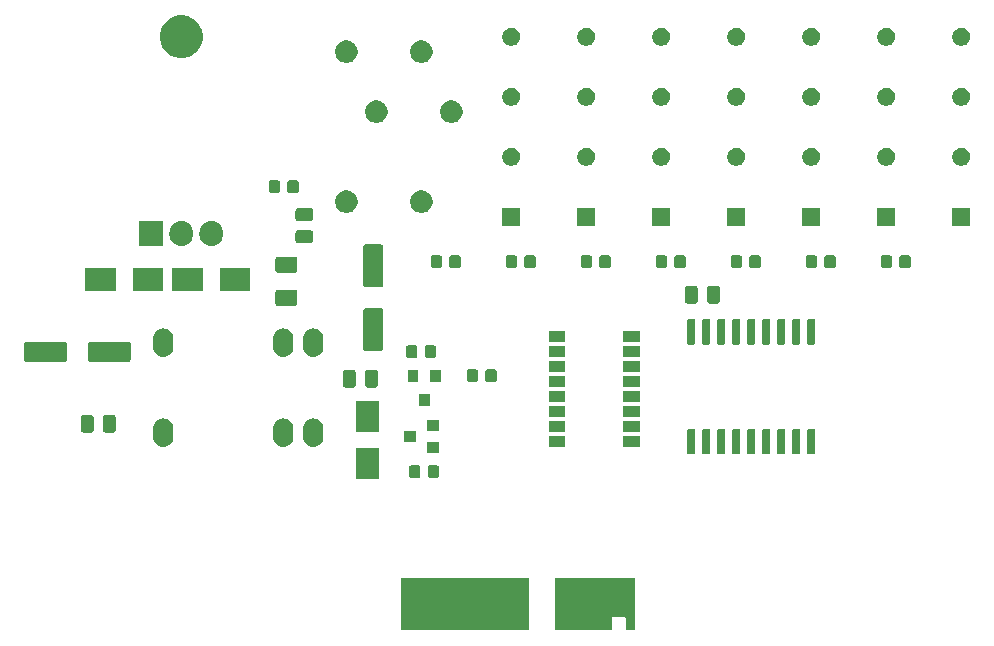
<source format=gbr>
G04 #@! TF.GenerationSoftware,KiCad,Pcbnew,(5.1.5)-3*
G04 #@! TF.CreationDate,2020-02-22T15:11:55-08:00*
G04 #@! TF.ProjectId,voltages,766f6c74-6167-4657-932e-6b696361645f,rev?*
G04 #@! TF.SameCoordinates,Original*
G04 #@! TF.FileFunction,Soldermask,Top*
G04 #@! TF.FilePolarity,Negative*
%FSLAX46Y46*%
G04 Gerber Fmt 4.6, Leading zero omitted, Abs format (unit mm)*
G04 Created by KiCad (PCBNEW (5.1.5)-3) date 2020-02-22 15:11:55*
%MOMM*%
%LPD*%
G04 APERTURE LIST*
%ADD10C,0.100000*%
G04 APERTURE END LIST*
D10*
G36*
X118450840Y-92147480D02*
G01*
X117648840Y-92147480D01*
X117648840Y-91172479D01*
X117646438Y-91148093D01*
X117639325Y-91124644D01*
X117627774Y-91103033D01*
X117612229Y-91084091D01*
X117593287Y-91068546D01*
X117571676Y-91056995D01*
X117548227Y-91049882D01*
X117523841Y-91047480D01*
X116575839Y-91047480D01*
X116551453Y-91049882D01*
X116528004Y-91056995D01*
X116506393Y-91068546D01*
X116487451Y-91084091D01*
X116471906Y-91103033D01*
X116460355Y-91124644D01*
X116453242Y-91148093D01*
X116450840Y-91172479D01*
X116450840Y-92147480D01*
X111648840Y-92147480D01*
X111648840Y-87745480D01*
X118450840Y-87745480D01*
X118450840Y-92147480D01*
G37*
G36*
X109450840Y-92147480D02*
G01*
X98648840Y-92147480D01*
X98648840Y-87745480D01*
X109450840Y-87745480D01*
X109450840Y-92147480D01*
G37*
G36*
X96709000Y-79373000D02*
G01*
X94807000Y-79373000D01*
X94807000Y-76771000D01*
X96709000Y-76771000D01*
X96709000Y-79373000D01*
G37*
G36*
X101688091Y-78218085D02*
G01*
X101722069Y-78228393D01*
X101753390Y-78245134D01*
X101780839Y-78267661D01*
X101803366Y-78295110D01*
X101820107Y-78326431D01*
X101830415Y-78360409D01*
X101834500Y-78401890D01*
X101834500Y-79078110D01*
X101830415Y-79119591D01*
X101820107Y-79153569D01*
X101803366Y-79184890D01*
X101780839Y-79212339D01*
X101753390Y-79234866D01*
X101722069Y-79251607D01*
X101688091Y-79261915D01*
X101646610Y-79266000D01*
X101045390Y-79266000D01*
X101003909Y-79261915D01*
X100969931Y-79251607D01*
X100938610Y-79234866D01*
X100911161Y-79212339D01*
X100888634Y-79184890D01*
X100871893Y-79153569D01*
X100861585Y-79119591D01*
X100857500Y-79078110D01*
X100857500Y-78401890D01*
X100861585Y-78360409D01*
X100871893Y-78326431D01*
X100888634Y-78295110D01*
X100911161Y-78267661D01*
X100938610Y-78245134D01*
X100969931Y-78228393D01*
X101003909Y-78218085D01*
X101045390Y-78214000D01*
X101646610Y-78214000D01*
X101688091Y-78218085D01*
G37*
G36*
X100113091Y-78218085D02*
G01*
X100147069Y-78228393D01*
X100178390Y-78245134D01*
X100205839Y-78267661D01*
X100228366Y-78295110D01*
X100245107Y-78326431D01*
X100255415Y-78360409D01*
X100259500Y-78401890D01*
X100259500Y-79078110D01*
X100255415Y-79119591D01*
X100245107Y-79153569D01*
X100228366Y-79184890D01*
X100205839Y-79212339D01*
X100178390Y-79234866D01*
X100147069Y-79251607D01*
X100113091Y-79261915D01*
X100071610Y-79266000D01*
X99470390Y-79266000D01*
X99428909Y-79261915D01*
X99394931Y-79251607D01*
X99363610Y-79234866D01*
X99336161Y-79212339D01*
X99313634Y-79184890D01*
X99296893Y-79153569D01*
X99286585Y-79119591D01*
X99282500Y-79078110D01*
X99282500Y-78401890D01*
X99286585Y-78360409D01*
X99296893Y-78326431D01*
X99313634Y-78295110D01*
X99336161Y-78267661D01*
X99363610Y-78245134D01*
X99394931Y-78228393D01*
X99428909Y-78218085D01*
X99470390Y-78214000D01*
X100071610Y-78214000D01*
X100113091Y-78218085D01*
G37*
G36*
X132339928Y-75126764D02*
G01*
X132361009Y-75133160D01*
X132380445Y-75143548D01*
X132397476Y-75157524D01*
X132411452Y-75174555D01*
X132421840Y-75193991D01*
X132428236Y-75215072D01*
X132431000Y-75243140D01*
X132431000Y-77156860D01*
X132428236Y-77184928D01*
X132421840Y-77206009D01*
X132411452Y-77225445D01*
X132397476Y-77242476D01*
X132380445Y-77256452D01*
X132361009Y-77266840D01*
X132339928Y-77273236D01*
X132311860Y-77276000D01*
X131848140Y-77276000D01*
X131820072Y-77273236D01*
X131798991Y-77266840D01*
X131779555Y-77256452D01*
X131762524Y-77242476D01*
X131748548Y-77225445D01*
X131738160Y-77206009D01*
X131731764Y-77184928D01*
X131729000Y-77156860D01*
X131729000Y-75243140D01*
X131731764Y-75215072D01*
X131738160Y-75193991D01*
X131748548Y-75174555D01*
X131762524Y-75157524D01*
X131779555Y-75143548D01*
X131798991Y-75133160D01*
X131820072Y-75126764D01*
X131848140Y-75124000D01*
X132311860Y-75124000D01*
X132339928Y-75126764D01*
G37*
G36*
X131069928Y-75126764D02*
G01*
X131091009Y-75133160D01*
X131110445Y-75143548D01*
X131127476Y-75157524D01*
X131141452Y-75174555D01*
X131151840Y-75193991D01*
X131158236Y-75215072D01*
X131161000Y-75243140D01*
X131161000Y-77156860D01*
X131158236Y-77184928D01*
X131151840Y-77206009D01*
X131141452Y-77225445D01*
X131127476Y-77242476D01*
X131110445Y-77256452D01*
X131091009Y-77266840D01*
X131069928Y-77273236D01*
X131041860Y-77276000D01*
X130578140Y-77276000D01*
X130550072Y-77273236D01*
X130528991Y-77266840D01*
X130509555Y-77256452D01*
X130492524Y-77242476D01*
X130478548Y-77225445D01*
X130468160Y-77206009D01*
X130461764Y-77184928D01*
X130459000Y-77156860D01*
X130459000Y-75243140D01*
X130461764Y-75215072D01*
X130468160Y-75193991D01*
X130478548Y-75174555D01*
X130492524Y-75157524D01*
X130509555Y-75143548D01*
X130528991Y-75133160D01*
X130550072Y-75126764D01*
X130578140Y-75124000D01*
X131041860Y-75124000D01*
X131069928Y-75126764D01*
G37*
G36*
X129799928Y-75126764D02*
G01*
X129821009Y-75133160D01*
X129840445Y-75143548D01*
X129857476Y-75157524D01*
X129871452Y-75174555D01*
X129881840Y-75193991D01*
X129888236Y-75215072D01*
X129891000Y-75243140D01*
X129891000Y-77156860D01*
X129888236Y-77184928D01*
X129881840Y-77206009D01*
X129871452Y-77225445D01*
X129857476Y-77242476D01*
X129840445Y-77256452D01*
X129821009Y-77266840D01*
X129799928Y-77273236D01*
X129771860Y-77276000D01*
X129308140Y-77276000D01*
X129280072Y-77273236D01*
X129258991Y-77266840D01*
X129239555Y-77256452D01*
X129222524Y-77242476D01*
X129208548Y-77225445D01*
X129198160Y-77206009D01*
X129191764Y-77184928D01*
X129189000Y-77156860D01*
X129189000Y-75243140D01*
X129191764Y-75215072D01*
X129198160Y-75193991D01*
X129208548Y-75174555D01*
X129222524Y-75157524D01*
X129239555Y-75143548D01*
X129258991Y-75133160D01*
X129280072Y-75126764D01*
X129308140Y-75124000D01*
X129771860Y-75124000D01*
X129799928Y-75126764D01*
G37*
G36*
X128529928Y-75126764D02*
G01*
X128551009Y-75133160D01*
X128570445Y-75143548D01*
X128587476Y-75157524D01*
X128601452Y-75174555D01*
X128611840Y-75193991D01*
X128618236Y-75215072D01*
X128621000Y-75243140D01*
X128621000Y-77156860D01*
X128618236Y-77184928D01*
X128611840Y-77206009D01*
X128601452Y-77225445D01*
X128587476Y-77242476D01*
X128570445Y-77256452D01*
X128551009Y-77266840D01*
X128529928Y-77273236D01*
X128501860Y-77276000D01*
X128038140Y-77276000D01*
X128010072Y-77273236D01*
X127988991Y-77266840D01*
X127969555Y-77256452D01*
X127952524Y-77242476D01*
X127938548Y-77225445D01*
X127928160Y-77206009D01*
X127921764Y-77184928D01*
X127919000Y-77156860D01*
X127919000Y-75243140D01*
X127921764Y-75215072D01*
X127928160Y-75193991D01*
X127938548Y-75174555D01*
X127952524Y-75157524D01*
X127969555Y-75143548D01*
X127988991Y-75133160D01*
X128010072Y-75126764D01*
X128038140Y-75124000D01*
X128501860Y-75124000D01*
X128529928Y-75126764D01*
G37*
G36*
X127259928Y-75126764D02*
G01*
X127281009Y-75133160D01*
X127300445Y-75143548D01*
X127317476Y-75157524D01*
X127331452Y-75174555D01*
X127341840Y-75193991D01*
X127348236Y-75215072D01*
X127351000Y-75243140D01*
X127351000Y-77156860D01*
X127348236Y-77184928D01*
X127341840Y-77206009D01*
X127331452Y-77225445D01*
X127317476Y-77242476D01*
X127300445Y-77256452D01*
X127281009Y-77266840D01*
X127259928Y-77273236D01*
X127231860Y-77276000D01*
X126768140Y-77276000D01*
X126740072Y-77273236D01*
X126718991Y-77266840D01*
X126699555Y-77256452D01*
X126682524Y-77242476D01*
X126668548Y-77225445D01*
X126658160Y-77206009D01*
X126651764Y-77184928D01*
X126649000Y-77156860D01*
X126649000Y-75243140D01*
X126651764Y-75215072D01*
X126658160Y-75193991D01*
X126668548Y-75174555D01*
X126682524Y-75157524D01*
X126699555Y-75143548D01*
X126718991Y-75133160D01*
X126740072Y-75126764D01*
X126768140Y-75124000D01*
X127231860Y-75124000D01*
X127259928Y-75126764D01*
G37*
G36*
X125989928Y-75126764D02*
G01*
X126011009Y-75133160D01*
X126030445Y-75143548D01*
X126047476Y-75157524D01*
X126061452Y-75174555D01*
X126071840Y-75193991D01*
X126078236Y-75215072D01*
X126081000Y-75243140D01*
X126081000Y-77156860D01*
X126078236Y-77184928D01*
X126071840Y-77206009D01*
X126061452Y-77225445D01*
X126047476Y-77242476D01*
X126030445Y-77256452D01*
X126011009Y-77266840D01*
X125989928Y-77273236D01*
X125961860Y-77276000D01*
X125498140Y-77276000D01*
X125470072Y-77273236D01*
X125448991Y-77266840D01*
X125429555Y-77256452D01*
X125412524Y-77242476D01*
X125398548Y-77225445D01*
X125388160Y-77206009D01*
X125381764Y-77184928D01*
X125379000Y-77156860D01*
X125379000Y-75243140D01*
X125381764Y-75215072D01*
X125388160Y-75193991D01*
X125398548Y-75174555D01*
X125412524Y-75157524D01*
X125429555Y-75143548D01*
X125448991Y-75133160D01*
X125470072Y-75126764D01*
X125498140Y-75124000D01*
X125961860Y-75124000D01*
X125989928Y-75126764D01*
G37*
G36*
X124719928Y-75126764D02*
G01*
X124741009Y-75133160D01*
X124760445Y-75143548D01*
X124777476Y-75157524D01*
X124791452Y-75174555D01*
X124801840Y-75193991D01*
X124808236Y-75215072D01*
X124811000Y-75243140D01*
X124811000Y-77156860D01*
X124808236Y-77184928D01*
X124801840Y-77206009D01*
X124791452Y-77225445D01*
X124777476Y-77242476D01*
X124760445Y-77256452D01*
X124741009Y-77266840D01*
X124719928Y-77273236D01*
X124691860Y-77276000D01*
X124228140Y-77276000D01*
X124200072Y-77273236D01*
X124178991Y-77266840D01*
X124159555Y-77256452D01*
X124142524Y-77242476D01*
X124128548Y-77225445D01*
X124118160Y-77206009D01*
X124111764Y-77184928D01*
X124109000Y-77156860D01*
X124109000Y-75243140D01*
X124111764Y-75215072D01*
X124118160Y-75193991D01*
X124128548Y-75174555D01*
X124142524Y-75157524D01*
X124159555Y-75143548D01*
X124178991Y-75133160D01*
X124200072Y-75126764D01*
X124228140Y-75124000D01*
X124691860Y-75124000D01*
X124719928Y-75126764D01*
G37*
G36*
X133609928Y-75126764D02*
G01*
X133631009Y-75133160D01*
X133650445Y-75143548D01*
X133667476Y-75157524D01*
X133681452Y-75174555D01*
X133691840Y-75193991D01*
X133698236Y-75215072D01*
X133701000Y-75243140D01*
X133701000Y-77156860D01*
X133698236Y-77184928D01*
X133691840Y-77206009D01*
X133681452Y-77225445D01*
X133667476Y-77242476D01*
X133650445Y-77256452D01*
X133631009Y-77266840D01*
X133609928Y-77273236D01*
X133581860Y-77276000D01*
X133118140Y-77276000D01*
X133090072Y-77273236D01*
X133068991Y-77266840D01*
X133049555Y-77256452D01*
X133032524Y-77242476D01*
X133018548Y-77225445D01*
X133008160Y-77206009D01*
X133001764Y-77184928D01*
X132999000Y-77156860D01*
X132999000Y-75243140D01*
X133001764Y-75215072D01*
X133008160Y-75193991D01*
X133018548Y-75174555D01*
X133032524Y-75157524D01*
X133049555Y-75143548D01*
X133068991Y-75133160D01*
X133090072Y-75126764D01*
X133118140Y-75124000D01*
X133581860Y-75124000D01*
X133609928Y-75126764D01*
G37*
G36*
X123449928Y-75126764D02*
G01*
X123471009Y-75133160D01*
X123490445Y-75143548D01*
X123507476Y-75157524D01*
X123521452Y-75174555D01*
X123531840Y-75193991D01*
X123538236Y-75215072D01*
X123541000Y-75243140D01*
X123541000Y-77156860D01*
X123538236Y-77184928D01*
X123531840Y-77206009D01*
X123521452Y-77225445D01*
X123507476Y-77242476D01*
X123490445Y-77256452D01*
X123471009Y-77266840D01*
X123449928Y-77273236D01*
X123421860Y-77276000D01*
X122958140Y-77276000D01*
X122930072Y-77273236D01*
X122908991Y-77266840D01*
X122889555Y-77256452D01*
X122872524Y-77242476D01*
X122858548Y-77225445D01*
X122848160Y-77206009D01*
X122841764Y-77184928D01*
X122839000Y-77156860D01*
X122839000Y-75243140D01*
X122841764Y-75215072D01*
X122848160Y-75193991D01*
X122858548Y-75174555D01*
X122872524Y-75157524D01*
X122889555Y-75143548D01*
X122908991Y-75133160D01*
X122930072Y-75126764D01*
X122958140Y-75124000D01*
X123421860Y-75124000D01*
X123449928Y-75126764D01*
G37*
G36*
X101847000Y-77159000D02*
G01*
X100845000Y-77159000D01*
X100845000Y-76257000D01*
X101847000Y-76257000D01*
X101847000Y-77159000D01*
G37*
G36*
X112511000Y-76661000D02*
G01*
X111109000Y-76661000D01*
X111109000Y-75759000D01*
X112511000Y-75759000D01*
X112511000Y-76661000D01*
G37*
G36*
X118811000Y-76661000D02*
G01*
X117409000Y-76661000D01*
X117409000Y-75759000D01*
X118811000Y-75759000D01*
X118811000Y-76661000D01*
G37*
G36*
X88812822Y-74249313D02*
G01*
X88973241Y-74297976D01*
X89121077Y-74376995D01*
X89250659Y-74483341D01*
X89357004Y-74612922D01*
X89357005Y-74612924D01*
X89436024Y-74760758D01*
X89484687Y-74921177D01*
X89497000Y-75046196D01*
X89497000Y-75829803D01*
X89484687Y-75954822D01*
X89436024Y-76115242D01*
X89385909Y-76209000D01*
X89357004Y-76263078D01*
X89250659Y-76392659D01*
X89121078Y-76499004D01*
X89121076Y-76499005D01*
X88973242Y-76578024D01*
X88812823Y-76626687D01*
X88646000Y-76643117D01*
X88479178Y-76626687D01*
X88318759Y-76578024D01*
X88170925Y-76499005D01*
X88170923Y-76499004D01*
X88041342Y-76392659D01*
X87934997Y-76263078D01*
X87906092Y-76209000D01*
X87855975Y-76115239D01*
X87807313Y-75954826D01*
X87795000Y-75829804D01*
X87795000Y-75046197D01*
X87807313Y-74921178D01*
X87855976Y-74760759D01*
X87934995Y-74612923D01*
X88041341Y-74483341D01*
X88170922Y-74376996D01*
X88208332Y-74357000D01*
X88318758Y-74297976D01*
X88479177Y-74249313D01*
X88646000Y-74232883D01*
X88812822Y-74249313D01*
G37*
G36*
X91352822Y-74249313D02*
G01*
X91513241Y-74297976D01*
X91661077Y-74376995D01*
X91790659Y-74483341D01*
X91897004Y-74612922D01*
X91897005Y-74612924D01*
X91976024Y-74760758D01*
X92024687Y-74921177D01*
X92037000Y-75046196D01*
X92037000Y-75829803D01*
X92024687Y-75954822D01*
X91976024Y-76115242D01*
X91925909Y-76209000D01*
X91897004Y-76263078D01*
X91790659Y-76392659D01*
X91661078Y-76499004D01*
X91661076Y-76499005D01*
X91513242Y-76578024D01*
X91352823Y-76626687D01*
X91186000Y-76643117D01*
X91019178Y-76626687D01*
X90858759Y-76578024D01*
X90710925Y-76499005D01*
X90710923Y-76499004D01*
X90581342Y-76392659D01*
X90474997Y-76263078D01*
X90446092Y-76209000D01*
X90395975Y-76115239D01*
X90347313Y-75954826D01*
X90335000Y-75829804D01*
X90335000Y-75046197D01*
X90347313Y-74921178D01*
X90395976Y-74760759D01*
X90474995Y-74612923D01*
X90581341Y-74483341D01*
X90710922Y-74376996D01*
X90748332Y-74357000D01*
X90858758Y-74297976D01*
X91019177Y-74249313D01*
X91186000Y-74232883D01*
X91352822Y-74249313D01*
G37*
G36*
X78652822Y-74249313D02*
G01*
X78813241Y-74297976D01*
X78961077Y-74376995D01*
X79090659Y-74483341D01*
X79197004Y-74612922D01*
X79197005Y-74612924D01*
X79276024Y-74760758D01*
X79324687Y-74921177D01*
X79337000Y-75046196D01*
X79337000Y-75829803D01*
X79324687Y-75954822D01*
X79276024Y-76115242D01*
X79225909Y-76209000D01*
X79197004Y-76263078D01*
X79090659Y-76392659D01*
X78961078Y-76499004D01*
X78961076Y-76499005D01*
X78813242Y-76578024D01*
X78652823Y-76626687D01*
X78486000Y-76643117D01*
X78319178Y-76626687D01*
X78158759Y-76578024D01*
X78010925Y-76499005D01*
X78010923Y-76499004D01*
X77881342Y-76392659D01*
X77774997Y-76263078D01*
X77746092Y-76209000D01*
X77695975Y-76115239D01*
X77647313Y-75954826D01*
X77635000Y-75829804D01*
X77635000Y-75046197D01*
X77647313Y-74921178D01*
X77695976Y-74760759D01*
X77774995Y-74612923D01*
X77881341Y-74483341D01*
X78010922Y-74376996D01*
X78048332Y-74357000D01*
X78158758Y-74297976D01*
X78319177Y-74249313D01*
X78486000Y-74232883D01*
X78652822Y-74249313D01*
G37*
G36*
X99847000Y-76209000D02*
G01*
X98845000Y-76209000D01*
X98845000Y-75307000D01*
X99847000Y-75307000D01*
X99847000Y-76209000D01*
G37*
G36*
X72410968Y-73929565D02*
G01*
X72449638Y-73941296D01*
X72485277Y-73960346D01*
X72516517Y-73985983D01*
X72542154Y-74017223D01*
X72561204Y-74052862D01*
X72572935Y-74091532D01*
X72577500Y-74137888D01*
X72577500Y-75214112D01*
X72572935Y-75260468D01*
X72561204Y-75299138D01*
X72542154Y-75334777D01*
X72516517Y-75366017D01*
X72485277Y-75391654D01*
X72449638Y-75410704D01*
X72410968Y-75422435D01*
X72364612Y-75427000D01*
X71713388Y-75427000D01*
X71667032Y-75422435D01*
X71628362Y-75410704D01*
X71592723Y-75391654D01*
X71561483Y-75366017D01*
X71535846Y-75334777D01*
X71516796Y-75299138D01*
X71505065Y-75260468D01*
X71500500Y-75214112D01*
X71500500Y-74137888D01*
X71505065Y-74091532D01*
X71516796Y-74052862D01*
X71535846Y-74017223D01*
X71561483Y-73985983D01*
X71592723Y-73960346D01*
X71628362Y-73941296D01*
X71667032Y-73929565D01*
X71713388Y-73925000D01*
X72364612Y-73925000D01*
X72410968Y-73929565D01*
G37*
G36*
X74285968Y-73929565D02*
G01*
X74324638Y-73941296D01*
X74360277Y-73960346D01*
X74391517Y-73985983D01*
X74417154Y-74017223D01*
X74436204Y-74052862D01*
X74447935Y-74091532D01*
X74452500Y-74137888D01*
X74452500Y-75214112D01*
X74447935Y-75260468D01*
X74436204Y-75299138D01*
X74417154Y-75334777D01*
X74391517Y-75366017D01*
X74360277Y-75391654D01*
X74324638Y-75410704D01*
X74285968Y-75422435D01*
X74239612Y-75427000D01*
X73588388Y-75427000D01*
X73542032Y-75422435D01*
X73503362Y-75410704D01*
X73467723Y-75391654D01*
X73436483Y-75366017D01*
X73410846Y-75334777D01*
X73391796Y-75299138D01*
X73380065Y-75260468D01*
X73375500Y-75214112D01*
X73375500Y-74137888D01*
X73380065Y-74091532D01*
X73391796Y-74052862D01*
X73410846Y-74017223D01*
X73436483Y-73985983D01*
X73467723Y-73960346D01*
X73503362Y-73941296D01*
X73542032Y-73929565D01*
X73588388Y-73925000D01*
X74239612Y-73925000D01*
X74285968Y-73929565D01*
G37*
G36*
X118811000Y-75381000D02*
G01*
X117409000Y-75381000D01*
X117409000Y-74479000D01*
X118811000Y-74479000D01*
X118811000Y-75381000D01*
G37*
G36*
X112511000Y-75381000D02*
G01*
X111109000Y-75381000D01*
X111109000Y-74479000D01*
X112511000Y-74479000D01*
X112511000Y-75381000D01*
G37*
G36*
X96709000Y-75373000D02*
G01*
X94807000Y-75373000D01*
X94807000Y-72771000D01*
X96709000Y-72771000D01*
X96709000Y-75373000D01*
G37*
G36*
X101847000Y-75259000D02*
G01*
X100845000Y-75259000D01*
X100845000Y-74357000D01*
X101847000Y-74357000D01*
X101847000Y-75259000D01*
G37*
G36*
X118811000Y-74121000D02*
G01*
X117409000Y-74121000D01*
X117409000Y-73219000D01*
X118811000Y-73219000D01*
X118811000Y-74121000D01*
G37*
G36*
X112511000Y-74121000D02*
G01*
X111109000Y-74121000D01*
X111109000Y-73219000D01*
X112511000Y-73219000D01*
X112511000Y-74121000D01*
G37*
G36*
X101035000Y-73145000D02*
G01*
X100133000Y-73145000D01*
X100133000Y-72143000D01*
X101035000Y-72143000D01*
X101035000Y-73145000D01*
G37*
G36*
X112511000Y-72851000D02*
G01*
X111109000Y-72851000D01*
X111109000Y-71949000D01*
X112511000Y-71949000D01*
X112511000Y-72851000D01*
G37*
G36*
X118811000Y-72851000D02*
G01*
X117409000Y-72851000D01*
X117409000Y-71949000D01*
X118811000Y-71949000D01*
X118811000Y-72851000D01*
G37*
G36*
X94605968Y-70119565D02*
G01*
X94644638Y-70131296D01*
X94680277Y-70150346D01*
X94711517Y-70175983D01*
X94737154Y-70207223D01*
X94756204Y-70242862D01*
X94767935Y-70281532D01*
X94772500Y-70327888D01*
X94772500Y-71404112D01*
X94767935Y-71450468D01*
X94756204Y-71489138D01*
X94737154Y-71524777D01*
X94711517Y-71556017D01*
X94680277Y-71581654D01*
X94644638Y-71600704D01*
X94605968Y-71612435D01*
X94559612Y-71617000D01*
X93908388Y-71617000D01*
X93862032Y-71612435D01*
X93823362Y-71600704D01*
X93787723Y-71581654D01*
X93756483Y-71556017D01*
X93730846Y-71524777D01*
X93711796Y-71489138D01*
X93700065Y-71450468D01*
X93695500Y-71404112D01*
X93695500Y-70327888D01*
X93700065Y-70281532D01*
X93711796Y-70242862D01*
X93730846Y-70207223D01*
X93756483Y-70175983D01*
X93787723Y-70150346D01*
X93823362Y-70131296D01*
X93862032Y-70119565D01*
X93908388Y-70115000D01*
X94559612Y-70115000D01*
X94605968Y-70119565D01*
G37*
G36*
X96480968Y-70119565D02*
G01*
X96519638Y-70131296D01*
X96555277Y-70150346D01*
X96586517Y-70175983D01*
X96612154Y-70207223D01*
X96631204Y-70242862D01*
X96642935Y-70281532D01*
X96647500Y-70327888D01*
X96647500Y-71404112D01*
X96642935Y-71450468D01*
X96631204Y-71489138D01*
X96612154Y-71524777D01*
X96586517Y-71556017D01*
X96555277Y-71581654D01*
X96519638Y-71600704D01*
X96480968Y-71612435D01*
X96434612Y-71617000D01*
X95783388Y-71617000D01*
X95737032Y-71612435D01*
X95698362Y-71600704D01*
X95662723Y-71581654D01*
X95631483Y-71556017D01*
X95605846Y-71524777D01*
X95586796Y-71489138D01*
X95575065Y-71450468D01*
X95570500Y-71404112D01*
X95570500Y-70327888D01*
X95575065Y-70281532D01*
X95586796Y-70242862D01*
X95605846Y-70207223D01*
X95631483Y-70175983D01*
X95662723Y-70150346D01*
X95698362Y-70131296D01*
X95737032Y-70119565D01*
X95783388Y-70115000D01*
X96434612Y-70115000D01*
X96480968Y-70119565D01*
G37*
G36*
X118811000Y-71571000D02*
G01*
X117409000Y-71571000D01*
X117409000Y-70669000D01*
X118811000Y-70669000D01*
X118811000Y-71571000D01*
G37*
G36*
X112511000Y-71571000D02*
G01*
X111109000Y-71571000D01*
X111109000Y-70669000D01*
X112511000Y-70669000D01*
X112511000Y-71571000D01*
G37*
G36*
X101985000Y-71145000D02*
G01*
X101083000Y-71145000D01*
X101083000Y-70143000D01*
X101985000Y-70143000D01*
X101985000Y-71145000D01*
G37*
G36*
X100085000Y-71145000D02*
G01*
X99183000Y-71145000D01*
X99183000Y-70143000D01*
X100085000Y-70143000D01*
X100085000Y-71145000D01*
G37*
G36*
X106565091Y-70090085D02*
G01*
X106599069Y-70100393D01*
X106630390Y-70117134D01*
X106657839Y-70139661D01*
X106680366Y-70167110D01*
X106697107Y-70198431D01*
X106707415Y-70232409D01*
X106711500Y-70273890D01*
X106711500Y-70950110D01*
X106707415Y-70991591D01*
X106697107Y-71025569D01*
X106680366Y-71056890D01*
X106657839Y-71084339D01*
X106630390Y-71106866D01*
X106599069Y-71123607D01*
X106565091Y-71133915D01*
X106523610Y-71138000D01*
X105922390Y-71138000D01*
X105880909Y-71133915D01*
X105846931Y-71123607D01*
X105815610Y-71106866D01*
X105788161Y-71084339D01*
X105765634Y-71056890D01*
X105748893Y-71025569D01*
X105738585Y-70991591D01*
X105734500Y-70950110D01*
X105734500Y-70273890D01*
X105738585Y-70232409D01*
X105748893Y-70198431D01*
X105765634Y-70167110D01*
X105788161Y-70139661D01*
X105815610Y-70117134D01*
X105846931Y-70100393D01*
X105880909Y-70090085D01*
X105922390Y-70086000D01*
X106523610Y-70086000D01*
X106565091Y-70090085D01*
G37*
G36*
X104990091Y-70090085D02*
G01*
X105024069Y-70100393D01*
X105055390Y-70117134D01*
X105082839Y-70139661D01*
X105105366Y-70167110D01*
X105122107Y-70198431D01*
X105132415Y-70232409D01*
X105136500Y-70273890D01*
X105136500Y-70950110D01*
X105132415Y-70991591D01*
X105122107Y-71025569D01*
X105105366Y-71056890D01*
X105082839Y-71084339D01*
X105055390Y-71106866D01*
X105024069Y-71123607D01*
X104990091Y-71133915D01*
X104948610Y-71138000D01*
X104347390Y-71138000D01*
X104305909Y-71133915D01*
X104271931Y-71123607D01*
X104240610Y-71106866D01*
X104213161Y-71084339D01*
X104190634Y-71056890D01*
X104173893Y-71025569D01*
X104163585Y-70991591D01*
X104159500Y-70950110D01*
X104159500Y-70273890D01*
X104163585Y-70232409D01*
X104173893Y-70198431D01*
X104190634Y-70167110D01*
X104213161Y-70139661D01*
X104240610Y-70117134D01*
X104271931Y-70100393D01*
X104305909Y-70090085D01*
X104347390Y-70086000D01*
X104948610Y-70086000D01*
X104990091Y-70090085D01*
G37*
G36*
X118811000Y-70301000D02*
G01*
X117409000Y-70301000D01*
X117409000Y-69399000D01*
X118811000Y-69399000D01*
X118811000Y-70301000D01*
G37*
G36*
X112511000Y-70301000D02*
G01*
X111109000Y-70301000D01*
X111109000Y-69399000D01*
X112511000Y-69399000D01*
X112511000Y-70301000D01*
G37*
G36*
X70169997Y-67733051D02*
G01*
X70203652Y-67743261D01*
X70234665Y-67759838D01*
X70261851Y-67782149D01*
X70284162Y-67809335D01*
X70300739Y-67840348D01*
X70310949Y-67874003D01*
X70315000Y-67915138D01*
X70315000Y-69244862D01*
X70310949Y-69285997D01*
X70300739Y-69319652D01*
X70284162Y-69350665D01*
X70261851Y-69377851D01*
X70234665Y-69400162D01*
X70203652Y-69416739D01*
X70169997Y-69426949D01*
X70128862Y-69431000D01*
X66899138Y-69431000D01*
X66858003Y-69426949D01*
X66824348Y-69416739D01*
X66793335Y-69400162D01*
X66766149Y-69377851D01*
X66743838Y-69350665D01*
X66727261Y-69319652D01*
X66717051Y-69285997D01*
X66713000Y-69244862D01*
X66713000Y-67915138D01*
X66717051Y-67874003D01*
X66727261Y-67840348D01*
X66743838Y-67809335D01*
X66766149Y-67782149D01*
X66793335Y-67759838D01*
X66824348Y-67743261D01*
X66858003Y-67733051D01*
X66899138Y-67729000D01*
X70128862Y-67729000D01*
X70169997Y-67733051D01*
G37*
G36*
X75569997Y-67733051D02*
G01*
X75603652Y-67743261D01*
X75634665Y-67759838D01*
X75661851Y-67782149D01*
X75684162Y-67809335D01*
X75700739Y-67840348D01*
X75710949Y-67874003D01*
X75715000Y-67915138D01*
X75715000Y-69244862D01*
X75710949Y-69285997D01*
X75700739Y-69319652D01*
X75684162Y-69350665D01*
X75661851Y-69377851D01*
X75634665Y-69400162D01*
X75603652Y-69416739D01*
X75569997Y-69426949D01*
X75528862Y-69431000D01*
X72299138Y-69431000D01*
X72258003Y-69426949D01*
X72224348Y-69416739D01*
X72193335Y-69400162D01*
X72166149Y-69377851D01*
X72143838Y-69350665D01*
X72127261Y-69319652D01*
X72117051Y-69285997D01*
X72113000Y-69244862D01*
X72113000Y-67915138D01*
X72117051Y-67874003D01*
X72127261Y-67840348D01*
X72143838Y-67809335D01*
X72166149Y-67782149D01*
X72193335Y-67759838D01*
X72224348Y-67743261D01*
X72258003Y-67733051D01*
X72299138Y-67729000D01*
X75528862Y-67729000D01*
X75569997Y-67733051D01*
G37*
G36*
X99859091Y-68058085D02*
G01*
X99893069Y-68068393D01*
X99924390Y-68085134D01*
X99951839Y-68107661D01*
X99974366Y-68135110D01*
X99991107Y-68166431D01*
X100001415Y-68200409D01*
X100005500Y-68241890D01*
X100005500Y-68918110D01*
X100001415Y-68959591D01*
X99991107Y-68993569D01*
X99974366Y-69024890D01*
X99951839Y-69052339D01*
X99924390Y-69074866D01*
X99893069Y-69091607D01*
X99859091Y-69101915D01*
X99817610Y-69106000D01*
X99216390Y-69106000D01*
X99174909Y-69101915D01*
X99140931Y-69091607D01*
X99109610Y-69074866D01*
X99082161Y-69052339D01*
X99059634Y-69024890D01*
X99042893Y-68993569D01*
X99032585Y-68959591D01*
X99028500Y-68918110D01*
X99028500Y-68241890D01*
X99032585Y-68200409D01*
X99042893Y-68166431D01*
X99059634Y-68135110D01*
X99082161Y-68107661D01*
X99109610Y-68085134D01*
X99140931Y-68068393D01*
X99174909Y-68058085D01*
X99216390Y-68054000D01*
X99817610Y-68054000D01*
X99859091Y-68058085D01*
G37*
G36*
X101434091Y-68058085D02*
G01*
X101468069Y-68068393D01*
X101499390Y-68085134D01*
X101526839Y-68107661D01*
X101549366Y-68135110D01*
X101566107Y-68166431D01*
X101576415Y-68200409D01*
X101580500Y-68241890D01*
X101580500Y-68918110D01*
X101576415Y-68959591D01*
X101566107Y-68993569D01*
X101549366Y-69024890D01*
X101526839Y-69052339D01*
X101499390Y-69074866D01*
X101468069Y-69091607D01*
X101434091Y-69101915D01*
X101392610Y-69106000D01*
X100791390Y-69106000D01*
X100749909Y-69101915D01*
X100715931Y-69091607D01*
X100684610Y-69074866D01*
X100657161Y-69052339D01*
X100634634Y-69024890D01*
X100617893Y-68993569D01*
X100607585Y-68959591D01*
X100603500Y-68918110D01*
X100603500Y-68241890D01*
X100607585Y-68200409D01*
X100617893Y-68166431D01*
X100634634Y-68135110D01*
X100657161Y-68107661D01*
X100684610Y-68085134D01*
X100715931Y-68068393D01*
X100749909Y-68058085D01*
X100791390Y-68054000D01*
X101392610Y-68054000D01*
X101434091Y-68058085D01*
G37*
G36*
X118811000Y-69041000D02*
G01*
X117409000Y-69041000D01*
X117409000Y-68139000D01*
X118811000Y-68139000D01*
X118811000Y-69041000D01*
G37*
G36*
X112511000Y-69041000D02*
G01*
X111109000Y-69041000D01*
X111109000Y-68139000D01*
X112511000Y-68139000D01*
X112511000Y-69041000D01*
G37*
G36*
X88812822Y-66629313D02*
G01*
X88973241Y-66677976D01*
X89121077Y-66756995D01*
X89250659Y-66863341D01*
X89357004Y-66992922D01*
X89357005Y-66992924D01*
X89436024Y-67140758D01*
X89484687Y-67301177D01*
X89497000Y-67426196D01*
X89497000Y-68209803D01*
X89484687Y-68334822D01*
X89436024Y-68495242D01*
X89430835Y-68504949D01*
X89357004Y-68643078D01*
X89250659Y-68772659D01*
X89121078Y-68879004D01*
X89121076Y-68879005D01*
X88973242Y-68958024D01*
X88973239Y-68958025D01*
X88943380Y-68967083D01*
X88812823Y-69006687D01*
X88646000Y-69023117D01*
X88479178Y-69006687D01*
X88348621Y-68967083D01*
X88318762Y-68958025D01*
X88318759Y-68958024D01*
X88170925Y-68879005D01*
X88170923Y-68879004D01*
X88041342Y-68772659D01*
X87934997Y-68643078D01*
X87929894Y-68633532D01*
X87855975Y-68495239D01*
X87807313Y-68334826D01*
X87795000Y-68209804D01*
X87795000Y-67426197D01*
X87807313Y-67301178D01*
X87855976Y-67140759D01*
X87934995Y-66992923D01*
X88041341Y-66863341D01*
X88170922Y-66756996D01*
X88186094Y-66748886D01*
X88318758Y-66677976D01*
X88479177Y-66629313D01*
X88646000Y-66612883D01*
X88812822Y-66629313D01*
G37*
G36*
X91352822Y-66629313D02*
G01*
X91513241Y-66677976D01*
X91661077Y-66756995D01*
X91790659Y-66863341D01*
X91897004Y-66992922D01*
X91897005Y-66992924D01*
X91976024Y-67140758D01*
X92024687Y-67301177D01*
X92037000Y-67426196D01*
X92037000Y-68209803D01*
X92024687Y-68334822D01*
X91976024Y-68495242D01*
X91970835Y-68504949D01*
X91897004Y-68643078D01*
X91790659Y-68772659D01*
X91661078Y-68879004D01*
X91661076Y-68879005D01*
X91513242Y-68958024D01*
X91513239Y-68958025D01*
X91483380Y-68967083D01*
X91352823Y-69006687D01*
X91186000Y-69023117D01*
X91019178Y-69006687D01*
X90888621Y-68967083D01*
X90858762Y-68958025D01*
X90858759Y-68958024D01*
X90710925Y-68879005D01*
X90710923Y-68879004D01*
X90581342Y-68772659D01*
X90474997Y-68643078D01*
X90469894Y-68633532D01*
X90395975Y-68495239D01*
X90347313Y-68334826D01*
X90335000Y-68209804D01*
X90335000Y-67426197D01*
X90347313Y-67301178D01*
X90395976Y-67140759D01*
X90474995Y-66992923D01*
X90581341Y-66863341D01*
X90710922Y-66756996D01*
X90726094Y-66748886D01*
X90858758Y-66677976D01*
X91019177Y-66629313D01*
X91186000Y-66612883D01*
X91352822Y-66629313D01*
G37*
G36*
X78652822Y-66629313D02*
G01*
X78813241Y-66677976D01*
X78961077Y-66756995D01*
X79090659Y-66863341D01*
X79197004Y-66992922D01*
X79197005Y-66992924D01*
X79276024Y-67140758D01*
X79324687Y-67301177D01*
X79337000Y-67426196D01*
X79337000Y-68209803D01*
X79324687Y-68334822D01*
X79276024Y-68495242D01*
X79270835Y-68504949D01*
X79197004Y-68643078D01*
X79090659Y-68772659D01*
X78961078Y-68879004D01*
X78961076Y-68879005D01*
X78813242Y-68958024D01*
X78813239Y-68958025D01*
X78783380Y-68967083D01*
X78652823Y-69006687D01*
X78486000Y-69023117D01*
X78319178Y-69006687D01*
X78188621Y-68967083D01*
X78158762Y-68958025D01*
X78158759Y-68958024D01*
X78010925Y-68879005D01*
X78010923Y-68879004D01*
X77881342Y-68772659D01*
X77774997Y-68643078D01*
X77769894Y-68633532D01*
X77695975Y-68495239D01*
X77647313Y-68334826D01*
X77635000Y-68209804D01*
X77635000Y-67426197D01*
X77647313Y-67301178D01*
X77695976Y-67140759D01*
X77774995Y-66992923D01*
X77881341Y-66863341D01*
X78010922Y-66756996D01*
X78026094Y-66748886D01*
X78158758Y-66677976D01*
X78319177Y-66629313D01*
X78486000Y-66612883D01*
X78652822Y-66629313D01*
G37*
G36*
X96971997Y-64911051D02*
G01*
X97005652Y-64921261D01*
X97036665Y-64937838D01*
X97063851Y-64960149D01*
X97086162Y-64987335D01*
X97102739Y-65018348D01*
X97112949Y-65052003D01*
X97117000Y-65093138D01*
X97117000Y-68322862D01*
X97112949Y-68363997D01*
X97102739Y-68397652D01*
X97086162Y-68428665D01*
X97063851Y-68455851D01*
X97036665Y-68478162D01*
X97005652Y-68494739D01*
X96971997Y-68504949D01*
X96930862Y-68509000D01*
X95601138Y-68509000D01*
X95560003Y-68504949D01*
X95526348Y-68494739D01*
X95495335Y-68478162D01*
X95468149Y-68455851D01*
X95445838Y-68428665D01*
X95429261Y-68397652D01*
X95419051Y-68363997D01*
X95415000Y-68322862D01*
X95415000Y-65093138D01*
X95419051Y-65052003D01*
X95429261Y-65018348D01*
X95445838Y-64987335D01*
X95468149Y-64960149D01*
X95495335Y-64937838D01*
X95526348Y-64921261D01*
X95560003Y-64911051D01*
X95601138Y-64907000D01*
X96930862Y-64907000D01*
X96971997Y-64911051D01*
G37*
G36*
X132339928Y-65826764D02*
G01*
X132361009Y-65833160D01*
X132380445Y-65843548D01*
X132397476Y-65857524D01*
X132411452Y-65874555D01*
X132421840Y-65893991D01*
X132428236Y-65915072D01*
X132431000Y-65943140D01*
X132431000Y-67856860D01*
X132428236Y-67884928D01*
X132421840Y-67906009D01*
X132411452Y-67925445D01*
X132397476Y-67942476D01*
X132380445Y-67956452D01*
X132361009Y-67966840D01*
X132339928Y-67973236D01*
X132311860Y-67976000D01*
X131848140Y-67976000D01*
X131820072Y-67973236D01*
X131798991Y-67966840D01*
X131779555Y-67956452D01*
X131762524Y-67942476D01*
X131748548Y-67925445D01*
X131738160Y-67906009D01*
X131731764Y-67884928D01*
X131729000Y-67856860D01*
X131729000Y-65943140D01*
X131731764Y-65915072D01*
X131738160Y-65893991D01*
X131748548Y-65874555D01*
X131762524Y-65857524D01*
X131779555Y-65843548D01*
X131798991Y-65833160D01*
X131820072Y-65826764D01*
X131848140Y-65824000D01*
X132311860Y-65824000D01*
X132339928Y-65826764D01*
G37*
G36*
X131069928Y-65826764D02*
G01*
X131091009Y-65833160D01*
X131110445Y-65843548D01*
X131127476Y-65857524D01*
X131141452Y-65874555D01*
X131151840Y-65893991D01*
X131158236Y-65915072D01*
X131161000Y-65943140D01*
X131161000Y-67856860D01*
X131158236Y-67884928D01*
X131151840Y-67906009D01*
X131141452Y-67925445D01*
X131127476Y-67942476D01*
X131110445Y-67956452D01*
X131091009Y-67966840D01*
X131069928Y-67973236D01*
X131041860Y-67976000D01*
X130578140Y-67976000D01*
X130550072Y-67973236D01*
X130528991Y-67966840D01*
X130509555Y-67956452D01*
X130492524Y-67942476D01*
X130478548Y-67925445D01*
X130468160Y-67906009D01*
X130461764Y-67884928D01*
X130459000Y-67856860D01*
X130459000Y-65943140D01*
X130461764Y-65915072D01*
X130468160Y-65893991D01*
X130478548Y-65874555D01*
X130492524Y-65857524D01*
X130509555Y-65843548D01*
X130528991Y-65833160D01*
X130550072Y-65826764D01*
X130578140Y-65824000D01*
X131041860Y-65824000D01*
X131069928Y-65826764D01*
G37*
G36*
X129799928Y-65826764D02*
G01*
X129821009Y-65833160D01*
X129840445Y-65843548D01*
X129857476Y-65857524D01*
X129871452Y-65874555D01*
X129881840Y-65893991D01*
X129888236Y-65915072D01*
X129891000Y-65943140D01*
X129891000Y-67856860D01*
X129888236Y-67884928D01*
X129881840Y-67906009D01*
X129871452Y-67925445D01*
X129857476Y-67942476D01*
X129840445Y-67956452D01*
X129821009Y-67966840D01*
X129799928Y-67973236D01*
X129771860Y-67976000D01*
X129308140Y-67976000D01*
X129280072Y-67973236D01*
X129258991Y-67966840D01*
X129239555Y-67956452D01*
X129222524Y-67942476D01*
X129208548Y-67925445D01*
X129198160Y-67906009D01*
X129191764Y-67884928D01*
X129189000Y-67856860D01*
X129189000Y-65943140D01*
X129191764Y-65915072D01*
X129198160Y-65893991D01*
X129208548Y-65874555D01*
X129222524Y-65857524D01*
X129239555Y-65843548D01*
X129258991Y-65833160D01*
X129280072Y-65826764D01*
X129308140Y-65824000D01*
X129771860Y-65824000D01*
X129799928Y-65826764D01*
G37*
G36*
X128529928Y-65826764D02*
G01*
X128551009Y-65833160D01*
X128570445Y-65843548D01*
X128587476Y-65857524D01*
X128601452Y-65874555D01*
X128611840Y-65893991D01*
X128618236Y-65915072D01*
X128621000Y-65943140D01*
X128621000Y-67856860D01*
X128618236Y-67884928D01*
X128611840Y-67906009D01*
X128601452Y-67925445D01*
X128587476Y-67942476D01*
X128570445Y-67956452D01*
X128551009Y-67966840D01*
X128529928Y-67973236D01*
X128501860Y-67976000D01*
X128038140Y-67976000D01*
X128010072Y-67973236D01*
X127988991Y-67966840D01*
X127969555Y-67956452D01*
X127952524Y-67942476D01*
X127938548Y-67925445D01*
X127928160Y-67906009D01*
X127921764Y-67884928D01*
X127919000Y-67856860D01*
X127919000Y-65943140D01*
X127921764Y-65915072D01*
X127928160Y-65893991D01*
X127938548Y-65874555D01*
X127952524Y-65857524D01*
X127969555Y-65843548D01*
X127988991Y-65833160D01*
X128010072Y-65826764D01*
X128038140Y-65824000D01*
X128501860Y-65824000D01*
X128529928Y-65826764D01*
G37*
G36*
X127259928Y-65826764D02*
G01*
X127281009Y-65833160D01*
X127300445Y-65843548D01*
X127317476Y-65857524D01*
X127331452Y-65874555D01*
X127341840Y-65893991D01*
X127348236Y-65915072D01*
X127351000Y-65943140D01*
X127351000Y-67856860D01*
X127348236Y-67884928D01*
X127341840Y-67906009D01*
X127331452Y-67925445D01*
X127317476Y-67942476D01*
X127300445Y-67956452D01*
X127281009Y-67966840D01*
X127259928Y-67973236D01*
X127231860Y-67976000D01*
X126768140Y-67976000D01*
X126740072Y-67973236D01*
X126718991Y-67966840D01*
X126699555Y-67956452D01*
X126682524Y-67942476D01*
X126668548Y-67925445D01*
X126658160Y-67906009D01*
X126651764Y-67884928D01*
X126649000Y-67856860D01*
X126649000Y-65943140D01*
X126651764Y-65915072D01*
X126658160Y-65893991D01*
X126668548Y-65874555D01*
X126682524Y-65857524D01*
X126699555Y-65843548D01*
X126718991Y-65833160D01*
X126740072Y-65826764D01*
X126768140Y-65824000D01*
X127231860Y-65824000D01*
X127259928Y-65826764D01*
G37*
G36*
X125989928Y-65826764D02*
G01*
X126011009Y-65833160D01*
X126030445Y-65843548D01*
X126047476Y-65857524D01*
X126061452Y-65874555D01*
X126071840Y-65893991D01*
X126078236Y-65915072D01*
X126081000Y-65943140D01*
X126081000Y-67856860D01*
X126078236Y-67884928D01*
X126071840Y-67906009D01*
X126061452Y-67925445D01*
X126047476Y-67942476D01*
X126030445Y-67956452D01*
X126011009Y-67966840D01*
X125989928Y-67973236D01*
X125961860Y-67976000D01*
X125498140Y-67976000D01*
X125470072Y-67973236D01*
X125448991Y-67966840D01*
X125429555Y-67956452D01*
X125412524Y-67942476D01*
X125398548Y-67925445D01*
X125388160Y-67906009D01*
X125381764Y-67884928D01*
X125379000Y-67856860D01*
X125379000Y-65943140D01*
X125381764Y-65915072D01*
X125388160Y-65893991D01*
X125398548Y-65874555D01*
X125412524Y-65857524D01*
X125429555Y-65843548D01*
X125448991Y-65833160D01*
X125470072Y-65826764D01*
X125498140Y-65824000D01*
X125961860Y-65824000D01*
X125989928Y-65826764D01*
G37*
G36*
X124719928Y-65826764D02*
G01*
X124741009Y-65833160D01*
X124760445Y-65843548D01*
X124777476Y-65857524D01*
X124791452Y-65874555D01*
X124801840Y-65893991D01*
X124808236Y-65915072D01*
X124811000Y-65943140D01*
X124811000Y-67856860D01*
X124808236Y-67884928D01*
X124801840Y-67906009D01*
X124791452Y-67925445D01*
X124777476Y-67942476D01*
X124760445Y-67956452D01*
X124741009Y-67966840D01*
X124719928Y-67973236D01*
X124691860Y-67976000D01*
X124228140Y-67976000D01*
X124200072Y-67973236D01*
X124178991Y-67966840D01*
X124159555Y-67956452D01*
X124142524Y-67942476D01*
X124128548Y-67925445D01*
X124118160Y-67906009D01*
X124111764Y-67884928D01*
X124109000Y-67856860D01*
X124109000Y-65943140D01*
X124111764Y-65915072D01*
X124118160Y-65893991D01*
X124128548Y-65874555D01*
X124142524Y-65857524D01*
X124159555Y-65843548D01*
X124178991Y-65833160D01*
X124200072Y-65826764D01*
X124228140Y-65824000D01*
X124691860Y-65824000D01*
X124719928Y-65826764D01*
G37*
G36*
X123449928Y-65826764D02*
G01*
X123471009Y-65833160D01*
X123490445Y-65843548D01*
X123507476Y-65857524D01*
X123521452Y-65874555D01*
X123531840Y-65893991D01*
X123538236Y-65915072D01*
X123541000Y-65943140D01*
X123541000Y-67856860D01*
X123538236Y-67884928D01*
X123531840Y-67906009D01*
X123521452Y-67925445D01*
X123507476Y-67942476D01*
X123490445Y-67956452D01*
X123471009Y-67966840D01*
X123449928Y-67973236D01*
X123421860Y-67976000D01*
X122958140Y-67976000D01*
X122930072Y-67973236D01*
X122908991Y-67966840D01*
X122889555Y-67956452D01*
X122872524Y-67942476D01*
X122858548Y-67925445D01*
X122848160Y-67906009D01*
X122841764Y-67884928D01*
X122839000Y-67856860D01*
X122839000Y-65943140D01*
X122841764Y-65915072D01*
X122848160Y-65893991D01*
X122858548Y-65874555D01*
X122872524Y-65857524D01*
X122889555Y-65843548D01*
X122908991Y-65833160D01*
X122930072Y-65826764D01*
X122958140Y-65824000D01*
X123421860Y-65824000D01*
X123449928Y-65826764D01*
G37*
G36*
X133609928Y-65826764D02*
G01*
X133631009Y-65833160D01*
X133650445Y-65843548D01*
X133667476Y-65857524D01*
X133681452Y-65874555D01*
X133691840Y-65893991D01*
X133698236Y-65915072D01*
X133701000Y-65943140D01*
X133701000Y-67856860D01*
X133698236Y-67884928D01*
X133691840Y-67906009D01*
X133681452Y-67925445D01*
X133667476Y-67942476D01*
X133650445Y-67956452D01*
X133631009Y-67966840D01*
X133609928Y-67973236D01*
X133581860Y-67976000D01*
X133118140Y-67976000D01*
X133090072Y-67973236D01*
X133068991Y-67966840D01*
X133049555Y-67956452D01*
X133032524Y-67942476D01*
X133018548Y-67925445D01*
X133008160Y-67906009D01*
X133001764Y-67884928D01*
X132999000Y-67856860D01*
X132999000Y-65943140D01*
X133001764Y-65915072D01*
X133008160Y-65893991D01*
X133018548Y-65874555D01*
X133032524Y-65857524D01*
X133049555Y-65843548D01*
X133068991Y-65833160D01*
X133090072Y-65826764D01*
X133118140Y-65824000D01*
X133581860Y-65824000D01*
X133609928Y-65826764D01*
G37*
G36*
X112511000Y-67761000D02*
G01*
X111109000Y-67761000D01*
X111109000Y-66859000D01*
X112511000Y-66859000D01*
X112511000Y-67761000D01*
G37*
G36*
X118811000Y-67761000D02*
G01*
X117409000Y-67761000D01*
X117409000Y-66859000D01*
X118811000Y-66859000D01*
X118811000Y-67761000D01*
G37*
G36*
X89668604Y-63342347D02*
G01*
X89705144Y-63353432D01*
X89738821Y-63371433D01*
X89768341Y-63395659D01*
X89792567Y-63425179D01*
X89810568Y-63458856D01*
X89821653Y-63495396D01*
X89826000Y-63539538D01*
X89826000Y-64488462D01*
X89821653Y-64532604D01*
X89810568Y-64569144D01*
X89792567Y-64602821D01*
X89768341Y-64632341D01*
X89738821Y-64656567D01*
X89705144Y-64674568D01*
X89668604Y-64685653D01*
X89624462Y-64690000D01*
X88175538Y-64690000D01*
X88131396Y-64685653D01*
X88094856Y-64674568D01*
X88061179Y-64656567D01*
X88031659Y-64632341D01*
X88007433Y-64602821D01*
X87989432Y-64569144D01*
X87978347Y-64532604D01*
X87974000Y-64488462D01*
X87974000Y-63539538D01*
X87978347Y-63495396D01*
X87989432Y-63458856D01*
X88007433Y-63425179D01*
X88031659Y-63395659D01*
X88061179Y-63371433D01*
X88094856Y-63353432D01*
X88131396Y-63342347D01*
X88175538Y-63338000D01*
X89624462Y-63338000D01*
X89668604Y-63342347D01*
G37*
G36*
X123561968Y-63007565D02*
G01*
X123600638Y-63019296D01*
X123636277Y-63038346D01*
X123667517Y-63063983D01*
X123693154Y-63095223D01*
X123712204Y-63130862D01*
X123723935Y-63169532D01*
X123728500Y-63215888D01*
X123728500Y-64292112D01*
X123723935Y-64338468D01*
X123712204Y-64377138D01*
X123693154Y-64412777D01*
X123667517Y-64444017D01*
X123636277Y-64469654D01*
X123600638Y-64488704D01*
X123561968Y-64500435D01*
X123515612Y-64505000D01*
X122864388Y-64505000D01*
X122818032Y-64500435D01*
X122779362Y-64488704D01*
X122743723Y-64469654D01*
X122712483Y-64444017D01*
X122686846Y-64412777D01*
X122667796Y-64377138D01*
X122656065Y-64338468D01*
X122651500Y-64292112D01*
X122651500Y-63215888D01*
X122656065Y-63169532D01*
X122667796Y-63130862D01*
X122686846Y-63095223D01*
X122712483Y-63063983D01*
X122743723Y-63038346D01*
X122779362Y-63019296D01*
X122818032Y-63007565D01*
X122864388Y-63003000D01*
X123515612Y-63003000D01*
X123561968Y-63007565D01*
G37*
G36*
X125436968Y-63007565D02*
G01*
X125475638Y-63019296D01*
X125511277Y-63038346D01*
X125542517Y-63063983D01*
X125568154Y-63095223D01*
X125587204Y-63130862D01*
X125598935Y-63169532D01*
X125603500Y-63215888D01*
X125603500Y-64292112D01*
X125598935Y-64338468D01*
X125587204Y-64377138D01*
X125568154Y-64412777D01*
X125542517Y-64444017D01*
X125511277Y-64469654D01*
X125475638Y-64488704D01*
X125436968Y-64500435D01*
X125390612Y-64505000D01*
X124739388Y-64505000D01*
X124693032Y-64500435D01*
X124654362Y-64488704D01*
X124618723Y-64469654D01*
X124587483Y-64444017D01*
X124561846Y-64412777D01*
X124542796Y-64377138D01*
X124531065Y-64338468D01*
X124526500Y-64292112D01*
X124526500Y-63215888D01*
X124531065Y-63169532D01*
X124542796Y-63130862D01*
X124561846Y-63095223D01*
X124587483Y-63063983D01*
X124618723Y-63038346D01*
X124654362Y-63019296D01*
X124693032Y-63007565D01*
X124739388Y-63003000D01*
X125390612Y-63003000D01*
X125436968Y-63007565D01*
G37*
G36*
X81851000Y-63435000D02*
G01*
X79249000Y-63435000D01*
X79249000Y-61533000D01*
X81851000Y-61533000D01*
X81851000Y-63435000D01*
G37*
G36*
X74485000Y-63435000D02*
G01*
X71883000Y-63435000D01*
X71883000Y-61533000D01*
X74485000Y-61533000D01*
X74485000Y-63435000D01*
G37*
G36*
X78485000Y-63435000D02*
G01*
X75883000Y-63435000D01*
X75883000Y-61533000D01*
X78485000Y-61533000D01*
X78485000Y-63435000D01*
G37*
G36*
X85851000Y-63435000D02*
G01*
X83249000Y-63435000D01*
X83249000Y-61533000D01*
X85851000Y-61533000D01*
X85851000Y-63435000D01*
G37*
G36*
X96971997Y-59511051D02*
G01*
X97005652Y-59521261D01*
X97036665Y-59537838D01*
X97063851Y-59560149D01*
X97086162Y-59587335D01*
X97102739Y-59618348D01*
X97112949Y-59652003D01*
X97117000Y-59693138D01*
X97117000Y-62922862D01*
X97112949Y-62963997D01*
X97102739Y-62997652D01*
X97086162Y-63028665D01*
X97063851Y-63055851D01*
X97036665Y-63078162D01*
X97005652Y-63094739D01*
X96971997Y-63104949D01*
X96930862Y-63109000D01*
X95601138Y-63109000D01*
X95560003Y-63104949D01*
X95526348Y-63094739D01*
X95495335Y-63078162D01*
X95468149Y-63055851D01*
X95445838Y-63028665D01*
X95429261Y-62997652D01*
X95419051Y-62963997D01*
X95415000Y-62922862D01*
X95415000Y-59693138D01*
X95419051Y-59652003D01*
X95429261Y-59618348D01*
X95445838Y-59587335D01*
X95468149Y-59560149D01*
X95495335Y-59537838D01*
X95526348Y-59521261D01*
X95560003Y-59511051D01*
X95601138Y-59507000D01*
X96930862Y-59507000D01*
X96971997Y-59511051D01*
G37*
G36*
X89668604Y-60542347D02*
G01*
X89705144Y-60553432D01*
X89738821Y-60571433D01*
X89768341Y-60595659D01*
X89792567Y-60625179D01*
X89810568Y-60658856D01*
X89821653Y-60695396D01*
X89826000Y-60739538D01*
X89826000Y-61688462D01*
X89821653Y-61732604D01*
X89810568Y-61769144D01*
X89792567Y-61802821D01*
X89768341Y-61832341D01*
X89738821Y-61856567D01*
X89705144Y-61874568D01*
X89668604Y-61885653D01*
X89624462Y-61890000D01*
X88175538Y-61890000D01*
X88131396Y-61885653D01*
X88094856Y-61874568D01*
X88061179Y-61856567D01*
X88031659Y-61832341D01*
X88007433Y-61802821D01*
X87989432Y-61769144D01*
X87978347Y-61732604D01*
X87974000Y-61688462D01*
X87974000Y-60739538D01*
X87978347Y-60695396D01*
X87989432Y-60658856D01*
X88007433Y-60625179D01*
X88031659Y-60595659D01*
X88061179Y-60571433D01*
X88094856Y-60553432D01*
X88131396Y-60542347D01*
X88175538Y-60538000D01*
X89624462Y-60538000D01*
X89668604Y-60542347D01*
G37*
G36*
X122567091Y-60438085D02*
G01*
X122601069Y-60448393D01*
X122632390Y-60465134D01*
X122659839Y-60487661D01*
X122682366Y-60515110D01*
X122699107Y-60546431D01*
X122709415Y-60580409D01*
X122713500Y-60621890D01*
X122713500Y-61298110D01*
X122709415Y-61339591D01*
X122699107Y-61373569D01*
X122682366Y-61404890D01*
X122659839Y-61432339D01*
X122632390Y-61454866D01*
X122601069Y-61471607D01*
X122567091Y-61481915D01*
X122525610Y-61486000D01*
X121924390Y-61486000D01*
X121882909Y-61481915D01*
X121848931Y-61471607D01*
X121817610Y-61454866D01*
X121790161Y-61432339D01*
X121767634Y-61404890D01*
X121750893Y-61373569D01*
X121740585Y-61339591D01*
X121736500Y-61298110D01*
X121736500Y-60621890D01*
X121740585Y-60580409D01*
X121750893Y-60546431D01*
X121767634Y-60515110D01*
X121790161Y-60487661D01*
X121817610Y-60465134D01*
X121848931Y-60448393D01*
X121882909Y-60438085D01*
X121924390Y-60434000D01*
X122525610Y-60434000D01*
X122567091Y-60438085D01*
G37*
G36*
X101942091Y-60438085D02*
G01*
X101976069Y-60448393D01*
X102007390Y-60465134D01*
X102034839Y-60487661D01*
X102057366Y-60515110D01*
X102074107Y-60546431D01*
X102084415Y-60580409D01*
X102088500Y-60621890D01*
X102088500Y-61298110D01*
X102084415Y-61339591D01*
X102074107Y-61373569D01*
X102057366Y-61404890D01*
X102034839Y-61432339D01*
X102007390Y-61454866D01*
X101976069Y-61471607D01*
X101942091Y-61481915D01*
X101900610Y-61486000D01*
X101299390Y-61486000D01*
X101257909Y-61481915D01*
X101223931Y-61471607D01*
X101192610Y-61454866D01*
X101165161Y-61432339D01*
X101142634Y-61404890D01*
X101125893Y-61373569D01*
X101115585Y-61339591D01*
X101111500Y-61298110D01*
X101111500Y-60621890D01*
X101115585Y-60580409D01*
X101125893Y-60546431D01*
X101142634Y-60515110D01*
X101165161Y-60487661D01*
X101192610Y-60465134D01*
X101223931Y-60448393D01*
X101257909Y-60438085D01*
X101299390Y-60434000D01*
X101900610Y-60434000D01*
X101942091Y-60438085D01*
G37*
G36*
X103517091Y-60438085D02*
G01*
X103551069Y-60448393D01*
X103582390Y-60465134D01*
X103609839Y-60487661D01*
X103632366Y-60515110D01*
X103649107Y-60546431D01*
X103659415Y-60580409D01*
X103663500Y-60621890D01*
X103663500Y-61298110D01*
X103659415Y-61339591D01*
X103649107Y-61373569D01*
X103632366Y-61404890D01*
X103609839Y-61432339D01*
X103582390Y-61454866D01*
X103551069Y-61471607D01*
X103517091Y-61481915D01*
X103475610Y-61486000D01*
X102874390Y-61486000D01*
X102832909Y-61481915D01*
X102798931Y-61471607D01*
X102767610Y-61454866D01*
X102740161Y-61432339D01*
X102717634Y-61404890D01*
X102700893Y-61373569D01*
X102690585Y-61339591D01*
X102686500Y-61298110D01*
X102686500Y-60621890D01*
X102690585Y-60580409D01*
X102700893Y-60546431D01*
X102717634Y-60515110D01*
X102740161Y-60487661D01*
X102767610Y-60465134D01*
X102798931Y-60448393D01*
X102832909Y-60438085D01*
X102874390Y-60434000D01*
X103475610Y-60434000D01*
X103517091Y-60438085D01*
G37*
G36*
X108292091Y-60438085D02*
G01*
X108326069Y-60448393D01*
X108357390Y-60465134D01*
X108384839Y-60487661D01*
X108407366Y-60515110D01*
X108424107Y-60546431D01*
X108434415Y-60580409D01*
X108438500Y-60621890D01*
X108438500Y-61298110D01*
X108434415Y-61339591D01*
X108424107Y-61373569D01*
X108407366Y-61404890D01*
X108384839Y-61432339D01*
X108357390Y-61454866D01*
X108326069Y-61471607D01*
X108292091Y-61481915D01*
X108250610Y-61486000D01*
X107649390Y-61486000D01*
X107607909Y-61481915D01*
X107573931Y-61471607D01*
X107542610Y-61454866D01*
X107515161Y-61432339D01*
X107492634Y-61404890D01*
X107475893Y-61373569D01*
X107465585Y-61339591D01*
X107461500Y-61298110D01*
X107461500Y-60621890D01*
X107465585Y-60580409D01*
X107475893Y-60546431D01*
X107492634Y-60515110D01*
X107515161Y-60487661D01*
X107542610Y-60465134D01*
X107573931Y-60448393D01*
X107607909Y-60438085D01*
X107649390Y-60434000D01*
X108250610Y-60434000D01*
X108292091Y-60438085D01*
G37*
G36*
X109867091Y-60438085D02*
G01*
X109901069Y-60448393D01*
X109932390Y-60465134D01*
X109959839Y-60487661D01*
X109982366Y-60515110D01*
X109999107Y-60546431D01*
X110009415Y-60580409D01*
X110013500Y-60621890D01*
X110013500Y-61298110D01*
X110009415Y-61339591D01*
X109999107Y-61373569D01*
X109982366Y-61404890D01*
X109959839Y-61432339D01*
X109932390Y-61454866D01*
X109901069Y-61471607D01*
X109867091Y-61481915D01*
X109825610Y-61486000D01*
X109224390Y-61486000D01*
X109182909Y-61481915D01*
X109148931Y-61471607D01*
X109117610Y-61454866D01*
X109090161Y-61432339D01*
X109067634Y-61404890D01*
X109050893Y-61373569D01*
X109040585Y-61339591D01*
X109036500Y-61298110D01*
X109036500Y-60621890D01*
X109040585Y-60580409D01*
X109050893Y-60546431D01*
X109067634Y-60515110D01*
X109090161Y-60487661D01*
X109117610Y-60465134D01*
X109148931Y-60448393D01*
X109182909Y-60438085D01*
X109224390Y-60434000D01*
X109825610Y-60434000D01*
X109867091Y-60438085D01*
G37*
G36*
X114642091Y-60438085D02*
G01*
X114676069Y-60448393D01*
X114707390Y-60465134D01*
X114734839Y-60487661D01*
X114757366Y-60515110D01*
X114774107Y-60546431D01*
X114784415Y-60580409D01*
X114788500Y-60621890D01*
X114788500Y-61298110D01*
X114784415Y-61339591D01*
X114774107Y-61373569D01*
X114757366Y-61404890D01*
X114734839Y-61432339D01*
X114707390Y-61454866D01*
X114676069Y-61471607D01*
X114642091Y-61481915D01*
X114600610Y-61486000D01*
X113999390Y-61486000D01*
X113957909Y-61481915D01*
X113923931Y-61471607D01*
X113892610Y-61454866D01*
X113865161Y-61432339D01*
X113842634Y-61404890D01*
X113825893Y-61373569D01*
X113815585Y-61339591D01*
X113811500Y-61298110D01*
X113811500Y-60621890D01*
X113815585Y-60580409D01*
X113825893Y-60546431D01*
X113842634Y-60515110D01*
X113865161Y-60487661D01*
X113892610Y-60465134D01*
X113923931Y-60448393D01*
X113957909Y-60438085D01*
X113999390Y-60434000D01*
X114600610Y-60434000D01*
X114642091Y-60438085D01*
G37*
G36*
X116217091Y-60438085D02*
G01*
X116251069Y-60448393D01*
X116282390Y-60465134D01*
X116309839Y-60487661D01*
X116332366Y-60515110D01*
X116349107Y-60546431D01*
X116359415Y-60580409D01*
X116363500Y-60621890D01*
X116363500Y-61298110D01*
X116359415Y-61339591D01*
X116349107Y-61373569D01*
X116332366Y-61404890D01*
X116309839Y-61432339D01*
X116282390Y-61454866D01*
X116251069Y-61471607D01*
X116217091Y-61481915D01*
X116175610Y-61486000D01*
X115574390Y-61486000D01*
X115532909Y-61481915D01*
X115498931Y-61471607D01*
X115467610Y-61454866D01*
X115440161Y-61432339D01*
X115417634Y-61404890D01*
X115400893Y-61373569D01*
X115390585Y-61339591D01*
X115386500Y-61298110D01*
X115386500Y-60621890D01*
X115390585Y-60580409D01*
X115400893Y-60546431D01*
X115417634Y-60515110D01*
X115440161Y-60487661D01*
X115467610Y-60465134D01*
X115498931Y-60448393D01*
X115532909Y-60438085D01*
X115574390Y-60434000D01*
X116175610Y-60434000D01*
X116217091Y-60438085D01*
G37*
G36*
X120992091Y-60438085D02*
G01*
X121026069Y-60448393D01*
X121057390Y-60465134D01*
X121084839Y-60487661D01*
X121107366Y-60515110D01*
X121124107Y-60546431D01*
X121134415Y-60580409D01*
X121138500Y-60621890D01*
X121138500Y-61298110D01*
X121134415Y-61339591D01*
X121124107Y-61373569D01*
X121107366Y-61404890D01*
X121084839Y-61432339D01*
X121057390Y-61454866D01*
X121026069Y-61471607D01*
X120992091Y-61481915D01*
X120950610Y-61486000D01*
X120349390Y-61486000D01*
X120307909Y-61481915D01*
X120273931Y-61471607D01*
X120242610Y-61454866D01*
X120215161Y-61432339D01*
X120192634Y-61404890D01*
X120175893Y-61373569D01*
X120165585Y-61339591D01*
X120161500Y-61298110D01*
X120161500Y-60621890D01*
X120165585Y-60580409D01*
X120175893Y-60546431D01*
X120192634Y-60515110D01*
X120215161Y-60487661D01*
X120242610Y-60465134D01*
X120273931Y-60448393D01*
X120307909Y-60438085D01*
X120349390Y-60434000D01*
X120950610Y-60434000D01*
X120992091Y-60438085D01*
G37*
G36*
X127342091Y-60438085D02*
G01*
X127376069Y-60448393D01*
X127407390Y-60465134D01*
X127434839Y-60487661D01*
X127457366Y-60515110D01*
X127474107Y-60546431D01*
X127484415Y-60580409D01*
X127488500Y-60621890D01*
X127488500Y-61298110D01*
X127484415Y-61339591D01*
X127474107Y-61373569D01*
X127457366Y-61404890D01*
X127434839Y-61432339D01*
X127407390Y-61454866D01*
X127376069Y-61471607D01*
X127342091Y-61481915D01*
X127300610Y-61486000D01*
X126699390Y-61486000D01*
X126657909Y-61481915D01*
X126623931Y-61471607D01*
X126592610Y-61454866D01*
X126565161Y-61432339D01*
X126542634Y-61404890D01*
X126525893Y-61373569D01*
X126515585Y-61339591D01*
X126511500Y-61298110D01*
X126511500Y-60621890D01*
X126515585Y-60580409D01*
X126525893Y-60546431D01*
X126542634Y-60515110D01*
X126565161Y-60487661D01*
X126592610Y-60465134D01*
X126623931Y-60448393D01*
X126657909Y-60438085D01*
X126699390Y-60434000D01*
X127300610Y-60434000D01*
X127342091Y-60438085D01*
G37*
G36*
X128917091Y-60438085D02*
G01*
X128951069Y-60448393D01*
X128982390Y-60465134D01*
X129009839Y-60487661D01*
X129032366Y-60515110D01*
X129049107Y-60546431D01*
X129059415Y-60580409D01*
X129063500Y-60621890D01*
X129063500Y-61298110D01*
X129059415Y-61339591D01*
X129049107Y-61373569D01*
X129032366Y-61404890D01*
X129009839Y-61432339D01*
X128982390Y-61454866D01*
X128951069Y-61471607D01*
X128917091Y-61481915D01*
X128875610Y-61486000D01*
X128274390Y-61486000D01*
X128232909Y-61481915D01*
X128198931Y-61471607D01*
X128167610Y-61454866D01*
X128140161Y-61432339D01*
X128117634Y-61404890D01*
X128100893Y-61373569D01*
X128090585Y-61339591D01*
X128086500Y-61298110D01*
X128086500Y-60621890D01*
X128090585Y-60580409D01*
X128100893Y-60546431D01*
X128117634Y-60515110D01*
X128140161Y-60487661D01*
X128167610Y-60465134D01*
X128198931Y-60448393D01*
X128232909Y-60438085D01*
X128274390Y-60434000D01*
X128875610Y-60434000D01*
X128917091Y-60438085D01*
G37*
G36*
X133692091Y-60438085D02*
G01*
X133726069Y-60448393D01*
X133757390Y-60465134D01*
X133784839Y-60487661D01*
X133807366Y-60515110D01*
X133824107Y-60546431D01*
X133834415Y-60580409D01*
X133838500Y-60621890D01*
X133838500Y-61298110D01*
X133834415Y-61339591D01*
X133824107Y-61373569D01*
X133807366Y-61404890D01*
X133784839Y-61432339D01*
X133757390Y-61454866D01*
X133726069Y-61471607D01*
X133692091Y-61481915D01*
X133650610Y-61486000D01*
X133049390Y-61486000D01*
X133007909Y-61481915D01*
X132973931Y-61471607D01*
X132942610Y-61454866D01*
X132915161Y-61432339D01*
X132892634Y-61404890D01*
X132875893Y-61373569D01*
X132865585Y-61339591D01*
X132861500Y-61298110D01*
X132861500Y-60621890D01*
X132865585Y-60580409D01*
X132875893Y-60546431D01*
X132892634Y-60515110D01*
X132915161Y-60487661D01*
X132942610Y-60465134D01*
X132973931Y-60448393D01*
X133007909Y-60438085D01*
X133049390Y-60434000D01*
X133650610Y-60434000D01*
X133692091Y-60438085D01*
G37*
G36*
X135267091Y-60438085D02*
G01*
X135301069Y-60448393D01*
X135332390Y-60465134D01*
X135359839Y-60487661D01*
X135382366Y-60515110D01*
X135399107Y-60546431D01*
X135409415Y-60580409D01*
X135413500Y-60621890D01*
X135413500Y-61298110D01*
X135409415Y-61339591D01*
X135399107Y-61373569D01*
X135382366Y-61404890D01*
X135359839Y-61432339D01*
X135332390Y-61454866D01*
X135301069Y-61471607D01*
X135267091Y-61481915D01*
X135225610Y-61486000D01*
X134624390Y-61486000D01*
X134582909Y-61481915D01*
X134548931Y-61471607D01*
X134517610Y-61454866D01*
X134490161Y-61432339D01*
X134467634Y-61404890D01*
X134450893Y-61373569D01*
X134440585Y-61339591D01*
X134436500Y-61298110D01*
X134436500Y-60621890D01*
X134440585Y-60580409D01*
X134450893Y-60546431D01*
X134467634Y-60515110D01*
X134490161Y-60487661D01*
X134517610Y-60465134D01*
X134548931Y-60448393D01*
X134582909Y-60438085D01*
X134624390Y-60434000D01*
X135225610Y-60434000D01*
X135267091Y-60438085D01*
G37*
G36*
X140042091Y-60438085D02*
G01*
X140076069Y-60448393D01*
X140107390Y-60465134D01*
X140134839Y-60487661D01*
X140157366Y-60515110D01*
X140174107Y-60546431D01*
X140184415Y-60580409D01*
X140188500Y-60621890D01*
X140188500Y-61298110D01*
X140184415Y-61339591D01*
X140174107Y-61373569D01*
X140157366Y-61404890D01*
X140134839Y-61432339D01*
X140107390Y-61454866D01*
X140076069Y-61471607D01*
X140042091Y-61481915D01*
X140000610Y-61486000D01*
X139399390Y-61486000D01*
X139357909Y-61481915D01*
X139323931Y-61471607D01*
X139292610Y-61454866D01*
X139265161Y-61432339D01*
X139242634Y-61404890D01*
X139225893Y-61373569D01*
X139215585Y-61339591D01*
X139211500Y-61298110D01*
X139211500Y-60621890D01*
X139215585Y-60580409D01*
X139225893Y-60546431D01*
X139242634Y-60515110D01*
X139265161Y-60487661D01*
X139292610Y-60465134D01*
X139323931Y-60448393D01*
X139357909Y-60438085D01*
X139399390Y-60434000D01*
X140000610Y-60434000D01*
X140042091Y-60438085D01*
G37*
G36*
X141617091Y-60438085D02*
G01*
X141651069Y-60448393D01*
X141682390Y-60465134D01*
X141709839Y-60487661D01*
X141732366Y-60515110D01*
X141749107Y-60546431D01*
X141759415Y-60580409D01*
X141763500Y-60621890D01*
X141763500Y-61298110D01*
X141759415Y-61339591D01*
X141749107Y-61373569D01*
X141732366Y-61404890D01*
X141709839Y-61432339D01*
X141682390Y-61454866D01*
X141651069Y-61471607D01*
X141617091Y-61481915D01*
X141575610Y-61486000D01*
X140974390Y-61486000D01*
X140932909Y-61481915D01*
X140898931Y-61471607D01*
X140867610Y-61454866D01*
X140840161Y-61432339D01*
X140817634Y-61404890D01*
X140800893Y-61373569D01*
X140790585Y-61339591D01*
X140786500Y-61298110D01*
X140786500Y-60621890D01*
X140790585Y-60580409D01*
X140800893Y-60546431D01*
X140817634Y-60515110D01*
X140840161Y-60487661D01*
X140867610Y-60465134D01*
X140898931Y-60448393D01*
X140932909Y-60438085D01*
X140974390Y-60434000D01*
X141575610Y-60434000D01*
X141617091Y-60438085D01*
G37*
G36*
X82746719Y-57533520D02*
G01*
X82935880Y-57590901D01*
X82935883Y-57590902D01*
X83028333Y-57640318D01*
X83110212Y-57684083D01*
X83263015Y-57809485D01*
X83388417Y-57962288D01*
X83481599Y-58136619D01*
X83538980Y-58325780D01*
X83553500Y-58473206D01*
X83553500Y-58666793D01*
X83538980Y-58814219D01*
X83481599Y-59003380D01*
X83481598Y-59003383D01*
X83432182Y-59095833D01*
X83388417Y-59177712D01*
X83263015Y-59330515D01*
X83110212Y-59455917D01*
X82935881Y-59549099D01*
X82746720Y-59606480D01*
X82550000Y-59625855D01*
X82353281Y-59606480D01*
X82164120Y-59549099D01*
X81989788Y-59455917D01*
X81836985Y-59330515D01*
X81711583Y-59177712D01*
X81618401Y-59003381D01*
X81561020Y-58814220D01*
X81546500Y-58666794D01*
X81546500Y-58473207D01*
X81561020Y-58325781D01*
X81618401Y-58136620D01*
X81618402Y-58136617D01*
X81667818Y-58044167D01*
X81711583Y-57962288D01*
X81836985Y-57809485D01*
X81989788Y-57684083D01*
X82164119Y-57590901D01*
X82353280Y-57533520D01*
X82550000Y-57514145D01*
X82746719Y-57533520D01*
G37*
G36*
X80206719Y-57533520D02*
G01*
X80395880Y-57590901D01*
X80395883Y-57590902D01*
X80488333Y-57640318D01*
X80570212Y-57684083D01*
X80723015Y-57809485D01*
X80848417Y-57962288D01*
X80941599Y-58136619D01*
X80998980Y-58325780D01*
X81013500Y-58473206D01*
X81013500Y-58666793D01*
X80998980Y-58814219D01*
X80941599Y-59003380D01*
X80941598Y-59003383D01*
X80892182Y-59095833D01*
X80848417Y-59177712D01*
X80723015Y-59330515D01*
X80570212Y-59455917D01*
X80395881Y-59549099D01*
X80206720Y-59606480D01*
X80010000Y-59625855D01*
X79813281Y-59606480D01*
X79624120Y-59549099D01*
X79449788Y-59455917D01*
X79296985Y-59330515D01*
X79171583Y-59177712D01*
X79078401Y-59003381D01*
X79021020Y-58814220D01*
X79006500Y-58666794D01*
X79006500Y-58473207D01*
X79021020Y-58325781D01*
X79078401Y-58136620D01*
X79078402Y-58136617D01*
X79127818Y-58044167D01*
X79171583Y-57962288D01*
X79296985Y-57809485D01*
X79449788Y-57684083D01*
X79624119Y-57590901D01*
X79813280Y-57533520D01*
X80010000Y-57514145D01*
X80206719Y-57533520D01*
G37*
G36*
X78473500Y-59621000D02*
G01*
X76466500Y-59621000D01*
X76466500Y-57519000D01*
X78473500Y-57519000D01*
X78473500Y-59621000D01*
G37*
G36*
X91008468Y-58315565D02*
G01*
X91047138Y-58327296D01*
X91082777Y-58346346D01*
X91114017Y-58371983D01*
X91139654Y-58403223D01*
X91158704Y-58438862D01*
X91170435Y-58477532D01*
X91175000Y-58523888D01*
X91175000Y-59175112D01*
X91170435Y-59221468D01*
X91158704Y-59260138D01*
X91139654Y-59295777D01*
X91114017Y-59327017D01*
X91082777Y-59352654D01*
X91047138Y-59371704D01*
X91008468Y-59383435D01*
X90962112Y-59388000D01*
X89885888Y-59388000D01*
X89839532Y-59383435D01*
X89800862Y-59371704D01*
X89765223Y-59352654D01*
X89733983Y-59327017D01*
X89708346Y-59295777D01*
X89689296Y-59260138D01*
X89677565Y-59221468D01*
X89673000Y-59175112D01*
X89673000Y-58523888D01*
X89677565Y-58477532D01*
X89689296Y-58438862D01*
X89708346Y-58403223D01*
X89733983Y-58371983D01*
X89765223Y-58346346D01*
X89800862Y-58327296D01*
X89839532Y-58315565D01*
X89885888Y-58311000D01*
X90962112Y-58311000D01*
X91008468Y-58315565D01*
G37*
G36*
X140451000Y-57901000D02*
G01*
X138949000Y-57901000D01*
X138949000Y-56399000D01*
X140451000Y-56399000D01*
X140451000Y-57901000D01*
G37*
G36*
X134101000Y-57901000D02*
G01*
X132599000Y-57901000D01*
X132599000Y-56399000D01*
X134101000Y-56399000D01*
X134101000Y-57901000D01*
G37*
G36*
X127751000Y-57901000D02*
G01*
X126249000Y-57901000D01*
X126249000Y-56399000D01*
X127751000Y-56399000D01*
X127751000Y-57901000D01*
G37*
G36*
X115051000Y-57901000D02*
G01*
X113549000Y-57901000D01*
X113549000Y-56399000D01*
X115051000Y-56399000D01*
X115051000Y-57901000D01*
G37*
G36*
X121401000Y-57901000D02*
G01*
X119899000Y-57901000D01*
X119899000Y-56399000D01*
X121401000Y-56399000D01*
X121401000Y-57901000D01*
G37*
G36*
X146801000Y-57901000D02*
G01*
X145299000Y-57901000D01*
X145299000Y-56399000D01*
X146801000Y-56399000D01*
X146801000Y-57901000D01*
G37*
G36*
X108701000Y-57901000D02*
G01*
X107199000Y-57901000D01*
X107199000Y-56399000D01*
X108701000Y-56399000D01*
X108701000Y-57901000D01*
G37*
G36*
X91008468Y-56440565D02*
G01*
X91047138Y-56452296D01*
X91082777Y-56471346D01*
X91114017Y-56496983D01*
X91139654Y-56528223D01*
X91158704Y-56563862D01*
X91170435Y-56602532D01*
X91175000Y-56648888D01*
X91175000Y-57300112D01*
X91170435Y-57346468D01*
X91158704Y-57385138D01*
X91139654Y-57420777D01*
X91114017Y-57452017D01*
X91082777Y-57477654D01*
X91047138Y-57496704D01*
X91008468Y-57508435D01*
X90962112Y-57513000D01*
X89885888Y-57513000D01*
X89839532Y-57508435D01*
X89800862Y-57496704D01*
X89765223Y-57477654D01*
X89733983Y-57452017D01*
X89708346Y-57420777D01*
X89689296Y-57385138D01*
X89677565Y-57346468D01*
X89673000Y-57300112D01*
X89673000Y-56648888D01*
X89677565Y-56602532D01*
X89689296Y-56563862D01*
X89708346Y-56528223D01*
X89733983Y-56496983D01*
X89765223Y-56471346D01*
X89800862Y-56452296D01*
X89839532Y-56440565D01*
X89885888Y-56436000D01*
X90962112Y-56436000D01*
X91008468Y-56440565D01*
G37*
G36*
X100607395Y-54965546D02*
G01*
X100780466Y-55037234D01*
X100780467Y-55037235D01*
X100936227Y-55141310D01*
X101068690Y-55273773D01*
X101068691Y-55273775D01*
X101172766Y-55429534D01*
X101244454Y-55602605D01*
X101281000Y-55786333D01*
X101281000Y-55973667D01*
X101244454Y-56157395D01*
X101172766Y-56330466D01*
X101172765Y-56330467D01*
X101068690Y-56486227D01*
X100936227Y-56618690D01*
X100891032Y-56648888D01*
X100780466Y-56722766D01*
X100607395Y-56794454D01*
X100423667Y-56831000D01*
X100236333Y-56831000D01*
X100052605Y-56794454D01*
X99879534Y-56722766D01*
X99768968Y-56648888D01*
X99723773Y-56618690D01*
X99591310Y-56486227D01*
X99487235Y-56330467D01*
X99487234Y-56330466D01*
X99415546Y-56157395D01*
X99379000Y-55973667D01*
X99379000Y-55786333D01*
X99415546Y-55602605D01*
X99487234Y-55429534D01*
X99591309Y-55273775D01*
X99591310Y-55273773D01*
X99723773Y-55141310D01*
X99879533Y-55037235D01*
X99879534Y-55037234D01*
X100052605Y-54965546D01*
X100236333Y-54929000D01*
X100423667Y-54929000D01*
X100607395Y-54965546D01*
G37*
G36*
X94257395Y-54965546D02*
G01*
X94430466Y-55037234D01*
X94430467Y-55037235D01*
X94586227Y-55141310D01*
X94718690Y-55273773D01*
X94718691Y-55273775D01*
X94822766Y-55429534D01*
X94894454Y-55602605D01*
X94931000Y-55786333D01*
X94931000Y-55973667D01*
X94894454Y-56157395D01*
X94822766Y-56330466D01*
X94822765Y-56330467D01*
X94718690Y-56486227D01*
X94586227Y-56618690D01*
X94541032Y-56648888D01*
X94430466Y-56722766D01*
X94257395Y-56794454D01*
X94073667Y-56831000D01*
X93886333Y-56831000D01*
X93702605Y-56794454D01*
X93529534Y-56722766D01*
X93418968Y-56648888D01*
X93373773Y-56618690D01*
X93241310Y-56486227D01*
X93137235Y-56330467D01*
X93137234Y-56330466D01*
X93065546Y-56157395D01*
X93029000Y-55973667D01*
X93029000Y-55786333D01*
X93065546Y-55602605D01*
X93137234Y-55429534D01*
X93241309Y-55273775D01*
X93241310Y-55273773D01*
X93373773Y-55141310D01*
X93529533Y-55037235D01*
X93529534Y-55037234D01*
X93702605Y-54965546D01*
X93886333Y-54929000D01*
X94073667Y-54929000D01*
X94257395Y-54965546D01*
G37*
G36*
X88226091Y-54088085D02*
G01*
X88260069Y-54098393D01*
X88291390Y-54115134D01*
X88318839Y-54137661D01*
X88341366Y-54165110D01*
X88358107Y-54196431D01*
X88368415Y-54230409D01*
X88372500Y-54271890D01*
X88372500Y-54948110D01*
X88368415Y-54989591D01*
X88358107Y-55023569D01*
X88341366Y-55054890D01*
X88318839Y-55082339D01*
X88291390Y-55104866D01*
X88260069Y-55121607D01*
X88226091Y-55131915D01*
X88184610Y-55136000D01*
X87583390Y-55136000D01*
X87541909Y-55131915D01*
X87507931Y-55121607D01*
X87476610Y-55104866D01*
X87449161Y-55082339D01*
X87426634Y-55054890D01*
X87409893Y-55023569D01*
X87399585Y-54989591D01*
X87395500Y-54948110D01*
X87395500Y-54271890D01*
X87399585Y-54230409D01*
X87409893Y-54196431D01*
X87426634Y-54165110D01*
X87449161Y-54137661D01*
X87476610Y-54115134D01*
X87507931Y-54098393D01*
X87541909Y-54088085D01*
X87583390Y-54084000D01*
X88184610Y-54084000D01*
X88226091Y-54088085D01*
G37*
G36*
X89801091Y-54088085D02*
G01*
X89835069Y-54098393D01*
X89866390Y-54115134D01*
X89893839Y-54137661D01*
X89916366Y-54165110D01*
X89933107Y-54196431D01*
X89943415Y-54230409D01*
X89947500Y-54271890D01*
X89947500Y-54948110D01*
X89943415Y-54989591D01*
X89933107Y-55023569D01*
X89916366Y-55054890D01*
X89893839Y-55082339D01*
X89866390Y-55104866D01*
X89835069Y-55121607D01*
X89801091Y-55131915D01*
X89759610Y-55136000D01*
X89158390Y-55136000D01*
X89116909Y-55131915D01*
X89082931Y-55121607D01*
X89051610Y-55104866D01*
X89024161Y-55082339D01*
X89001634Y-55054890D01*
X88984893Y-55023569D01*
X88974585Y-54989591D01*
X88970500Y-54948110D01*
X88970500Y-54271890D01*
X88974585Y-54230409D01*
X88984893Y-54196431D01*
X89001634Y-54165110D01*
X89024161Y-54137661D01*
X89051610Y-54115134D01*
X89082931Y-54098393D01*
X89116909Y-54088085D01*
X89158390Y-54084000D01*
X89759610Y-54084000D01*
X89801091Y-54088085D01*
G37*
G36*
X114519059Y-51347860D02*
G01*
X114655732Y-51404472D01*
X114778735Y-51486660D01*
X114883340Y-51591265D01*
X114965528Y-51714268D01*
X115022140Y-51850941D01*
X115051000Y-51996033D01*
X115051000Y-52143967D01*
X115022140Y-52289059D01*
X114965528Y-52425732D01*
X114883340Y-52548735D01*
X114778735Y-52653340D01*
X114655732Y-52735528D01*
X114655731Y-52735529D01*
X114655730Y-52735529D01*
X114519059Y-52792140D01*
X114373968Y-52821000D01*
X114226032Y-52821000D01*
X114080941Y-52792140D01*
X113944270Y-52735529D01*
X113944269Y-52735529D01*
X113944268Y-52735528D01*
X113821265Y-52653340D01*
X113716660Y-52548735D01*
X113634472Y-52425732D01*
X113577860Y-52289059D01*
X113549000Y-52143967D01*
X113549000Y-51996033D01*
X113577860Y-51850941D01*
X113634472Y-51714268D01*
X113716660Y-51591265D01*
X113821265Y-51486660D01*
X113944268Y-51404472D01*
X114080941Y-51347860D01*
X114226032Y-51319000D01*
X114373968Y-51319000D01*
X114519059Y-51347860D01*
G37*
G36*
X108169059Y-51347860D02*
G01*
X108305732Y-51404472D01*
X108428735Y-51486660D01*
X108533340Y-51591265D01*
X108615528Y-51714268D01*
X108672140Y-51850941D01*
X108701000Y-51996033D01*
X108701000Y-52143967D01*
X108672140Y-52289059D01*
X108615528Y-52425732D01*
X108533340Y-52548735D01*
X108428735Y-52653340D01*
X108305732Y-52735528D01*
X108305731Y-52735529D01*
X108305730Y-52735529D01*
X108169059Y-52792140D01*
X108023968Y-52821000D01*
X107876032Y-52821000D01*
X107730941Y-52792140D01*
X107594270Y-52735529D01*
X107594269Y-52735529D01*
X107594268Y-52735528D01*
X107471265Y-52653340D01*
X107366660Y-52548735D01*
X107284472Y-52425732D01*
X107227860Y-52289059D01*
X107199000Y-52143967D01*
X107199000Y-51996033D01*
X107227860Y-51850941D01*
X107284472Y-51714268D01*
X107366660Y-51591265D01*
X107471265Y-51486660D01*
X107594268Y-51404472D01*
X107730941Y-51347860D01*
X107876032Y-51319000D01*
X108023968Y-51319000D01*
X108169059Y-51347860D01*
G37*
G36*
X146269059Y-51347860D02*
G01*
X146405732Y-51404472D01*
X146528735Y-51486660D01*
X146633340Y-51591265D01*
X146715528Y-51714268D01*
X146772140Y-51850941D01*
X146801000Y-51996033D01*
X146801000Y-52143967D01*
X146772140Y-52289059D01*
X146715528Y-52425732D01*
X146633340Y-52548735D01*
X146528735Y-52653340D01*
X146405732Y-52735528D01*
X146405731Y-52735529D01*
X146405730Y-52735529D01*
X146269059Y-52792140D01*
X146123968Y-52821000D01*
X145976032Y-52821000D01*
X145830941Y-52792140D01*
X145694270Y-52735529D01*
X145694269Y-52735529D01*
X145694268Y-52735528D01*
X145571265Y-52653340D01*
X145466660Y-52548735D01*
X145384472Y-52425732D01*
X145327860Y-52289059D01*
X145299000Y-52143967D01*
X145299000Y-51996033D01*
X145327860Y-51850941D01*
X145384472Y-51714268D01*
X145466660Y-51591265D01*
X145571265Y-51486660D01*
X145694268Y-51404472D01*
X145830941Y-51347860D01*
X145976032Y-51319000D01*
X146123968Y-51319000D01*
X146269059Y-51347860D01*
G37*
G36*
X133569059Y-51347860D02*
G01*
X133705732Y-51404472D01*
X133828735Y-51486660D01*
X133933340Y-51591265D01*
X134015528Y-51714268D01*
X134072140Y-51850941D01*
X134101000Y-51996033D01*
X134101000Y-52143967D01*
X134072140Y-52289059D01*
X134015528Y-52425732D01*
X133933340Y-52548735D01*
X133828735Y-52653340D01*
X133705732Y-52735528D01*
X133705731Y-52735529D01*
X133705730Y-52735529D01*
X133569059Y-52792140D01*
X133423968Y-52821000D01*
X133276032Y-52821000D01*
X133130941Y-52792140D01*
X132994270Y-52735529D01*
X132994269Y-52735529D01*
X132994268Y-52735528D01*
X132871265Y-52653340D01*
X132766660Y-52548735D01*
X132684472Y-52425732D01*
X132627860Y-52289059D01*
X132599000Y-52143967D01*
X132599000Y-51996033D01*
X132627860Y-51850941D01*
X132684472Y-51714268D01*
X132766660Y-51591265D01*
X132871265Y-51486660D01*
X132994268Y-51404472D01*
X133130941Y-51347860D01*
X133276032Y-51319000D01*
X133423968Y-51319000D01*
X133569059Y-51347860D01*
G37*
G36*
X127219059Y-51347860D02*
G01*
X127355732Y-51404472D01*
X127478735Y-51486660D01*
X127583340Y-51591265D01*
X127665528Y-51714268D01*
X127722140Y-51850941D01*
X127751000Y-51996033D01*
X127751000Y-52143967D01*
X127722140Y-52289059D01*
X127665528Y-52425732D01*
X127583340Y-52548735D01*
X127478735Y-52653340D01*
X127355732Y-52735528D01*
X127355731Y-52735529D01*
X127355730Y-52735529D01*
X127219059Y-52792140D01*
X127073968Y-52821000D01*
X126926032Y-52821000D01*
X126780941Y-52792140D01*
X126644270Y-52735529D01*
X126644269Y-52735529D01*
X126644268Y-52735528D01*
X126521265Y-52653340D01*
X126416660Y-52548735D01*
X126334472Y-52425732D01*
X126277860Y-52289059D01*
X126249000Y-52143967D01*
X126249000Y-51996033D01*
X126277860Y-51850941D01*
X126334472Y-51714268D01*
X126416660Y-51591265D01*
X126521265Y-51486660D01*
X126644268Y-51404472D01*
X126780941Y-51347860D01*
X126926032Y-51319000D01*
X127073968Y-51319000D01*
X127219059Y-51347860D01*
G37*
G36*
X120869059Y-51347860D02*
G01*
X121005732Y-51404472D01*
X121128735Y-51486660D01*
X121233340Y-51591265D01*
X121315528Y-51714268D01*
X121372140Y-51850941D01*
X121401000Y-51996033D01*
X121401000Y-52143967D01*
X121372140Y-52289059D01*
X121315528Y-52425732D01*
X121233340Y-52548735D01*
X121128735Y-52653340D01*
X121005732Y-52735528D01*
X121005731Y-52735529D01*
X121005730Y-52735529D01*
X120869059Y-52792140D01*
X120723968Y-52821000D01*
X120576032Y-52821000D01*
X120430941Y-52792140D01*
X120294270Y-52735529D01*
X120294269Y-52735529D01*
X120294268Y-52735528D01*
X120171265Y-52653340D01*
X120066660Y-52548735D01*
X119984472Y-52425732D01*
X119927860Y-52289059D01*
X119899000Y-52143967D01*
X119899000Y-51996033D01*
X119927860Y-51850941D01*
X119984472Y-51714268D01*
X120066660Y-51591265D01*
X120171265Y-51486660D01*
X120294268Y-51404472D01*
X120430941Y-51347860D01*
X120576032Y-51319000D01*
X120723968Y-51319000D01*
X120869059Y-51347860D01*
G37*
G36*
X139919059Y-51347860D02*
G01*
X140055732Y-51404472D01*
X140178735Y-51486660D01*
X140283340Y-51591265D01*
X140365528Y-51714268D01*
X140422140Y-51850941D01*
X140451000Y-51996033D01*
X140451000Y-52143967D01*
X140422140Y-52289059D01*
X140365528Y-52425732D01*
X140283340Y-52548735D01*
X140178735Y-52653340D01*
X140055732Y-52735528D01*
X140055731Y-52735529D01*
X140055730Y-52735529D01*
X139919059Y-52792140D01*
X139773968Y-52821000D01*
X139626032Y-52821000D01*
X139480941Y-52792140D01*
X139344270Y-52735529D01*
X139344269Y-52735529D01*
X139344268Y-52735528D01*
X139221265Y-52653340D01*
X139116660Y-52548735D01*
X139034472Y-52425732D01*
X138977860Y-52289059D01*
X138949000Y-52143967D01*
X138949000Y-51996033D01*
X138977860Y-51850941D01*
X139034472Y-51714268D01*
X139116660Y-51591265D01*
X139221265Y-51486660D01*
X139344268Y-51404472D01*
X139480941Y-51347860D01*
X139626032Y-51319000D01*
X139773968Y-51319000D01*
X139919059Y-51347860D01*
G37*
G36*
X103147395Y-47345546D02*
G01*
X103320466Y-47417234D01*
X103320467Y-47417235D01*
X103476227Y-47521310D01*
X103608690Y-47653773D01*
X103609863Y-47655529D01*
X103712766Y-47809534D01*
X103784454Y-47982605D01*
X103821000Y-48166333D01*
X103821000Y-48353667D01*
X103784454Y-48537395D01*
X103712766Y-48710466D01*
X103712765Y-48710467D01*
X103608690Y-48866227D01*
X103476227Y-48998690D01*
X103397818Y-49051081D01*
X103320466Y-49102766D01*
X103147395Y-49174454D01*
X102963667Y-49211000D01*
X102776333Y-49211000D01*
X102592605Y-49174454D01*
X102419534Y-49102766D01*
X102342182Y-49051081D01*
X102263773Y-48998690D01*
X102131310Y-48866227D01*
X102027235Y-48710467D01*
X102027234Y-48710466D01*
X101955546Y-48537395D01*
X101919000Y-48353667D01*
X101919000Y-48166333D01*
X101955546Y-47982605D01*
X102027234Y-47809534D01*
X102130137Y-47655529D01*
X102131310Y-47653773D01*
X102263773Y-47521310D01*
X102419533Y-47417235D01*
X102419534Y-47417234D01*
X102592605Y-47345546D01*
X102776333Y-47309000D01*
X102963667Y-47309000D01*
X103147395Y-47345546D01*
G37*
G36*
X96797395Y-47345546D02*
G01*
X96970466Y-47417234D01*
X96970467Y-47417235D01*
X97126227Y-47521310D01*
X97258690Y-47653773D01*
X97259863Y-47655529D01*
X97362766Y-47809534D01*
X97434454Y-47982605D01*
X97471000Y-48166333D01*
X97471000Y-48353667D01*
X97434454Y-48537395D01*
X97362766Y-48710466D01*
X97362765Y-48710467D01*
X97258690Y-48866227D01*
X97126227Y-48998690D01*
X97047818Y-49051081D01*
X96970466Y-49102766D01*
X96797395Y-49174454D01*
X96613667Y-49211000D01*
X96426333Y-49211000D01*
X96242605Y-49174454D01*
X96069534Y-49102766D01*
X95992182Y-49051081D01*
X95913773Y-48998690D01*
X95781310Y-48866227D01*
X95677235Y-48710467D01*
X95677234Y-48710466D01*
X95605546Y-48537395D01*
X95569000Y-48353667D01*
X95569000Y-48166333D01*
X95605546Y-47982605D01*
X95677234Y-47809534D01*
X95780137Y-47655529D01*
X95781310Y-47653773D01*
X95913773Y-47521310D01*
X96069533Y-47417235D01*
X96069534Y-47417234D01*
X96242605Y-47345546D01*
X96426333Y-47309000D01*
X96613667Y-47309000D01*
X96797395Y-47345546D01*
G37*
G36*
X108169059Y-46267860D02*
G01*
X108305732Y-46324472D01*
X108428735Y-46406660D01*
X108533340Y-46511265D01*
X108615528Y-46634268D01*
X108672140Y-46770941D01*
X108701000Y-46916033D01*
X108701000Y-47063967D01*
X108672140Y-47209059D01*
X108615528Y-47345732D01*
X108533340Y-47468735D01*
X108428735Y-47573340D01*
X108305732Y-47655528D01*
X108305731Y-47655529D01*
X108305730Y-47655529D01*
X108169059Y-47712140D01*
X108023968Y-47741000D01*
X107876032Y-47741000D01*
X107730941Y-47712140D01*
X107594270Y-47655529D01*
X107594269Y-47655529D01*
X107594268Y-47655528D01*
X107471265Y-47573340D01*
X107366660Y-47468735D01*
X107284472Y-47345732D01*
X107227860Y-47209059D01*
X107199000Y-47063967D01*
X107199000Y-46916033D01*
X107227860Y-46770941D01*
X107284472Y-46634268D01*
X107366660Y-46511265D01*
X107471265Y-46406660D01*
X107594268Y-46324472D01*
X107730941Y-46267860D01*
X107876032Y-46239000D01*
X108023968Y-46239000D01*
X108169059Y-46267860D01*
G37*
G36*
X146269059Y-46267860D02*
G01*
X146405732Y-46324472D01*
X146528735Y-46406660D01*
X146633340Y-46511265D01*
X146715528Y-46634268D01*
X146772140Y-46770941D01*
X146801000Y-46916033D01*
X146801000Y-47063967D01*
X146772140Y-47209059D01*
X146715528Y-47345732D01*
X146633340Y-47468735D01*
X146528735Y-47573340D01*
X146405732Y-47655528D01*
X146405731Y-47655529D01*
X146405730Y-47655529D01*
X146269059Y-47712140D01*
X146123968Y-47741000D01*
X145976032Y-47741000D01*
X145830941Y-47712140D01*
X145694270Y-47655529D01*
X145694269Y-47655529D01*
X145694268Y-47655528D01*
X145571265Y-47573340D01*
X145466660Y-47468735D01*
X145384472Y-47345732D01*
X145327860Y-47209059D01*
X145299000Y-47063967D01*
X145299000Y-46916033D01*
X145327860Y-46770941D01*
X145384472Y-46634268D01*
X145466660Y-46511265D01*
X145571265Y-46406660D01*
X145694268Y-46324472D01*
X145830941Y-46267860D01*
X145976032Y-46239000D01*
X146123968Y-46239000D01*
X146269059Y-46267860D01*
G37*
G36*
X120869059Y-46267860D02*
G01*
X121005732Y-46324472D01*
X121128735Y-46406660D01*
X121233340Y-46511265D01*
X121315528Y-46634268D01*
X121372140Y-46770941D01*
X121401000Y-46916033D01*
X121401000Y-47063967D01*
X121372140Y-47209059D01*
X121315528Y-47345732D01*
X121233340Y-47468735D01*
X121128735Y-47573340D01*
X121005732Y-47655528D01*
X121005731Y-47655529D01*
X121005730Y-47655529D01*
X120869059Y-47712140D01*
X120723968Y-47741000D01*
X120576032Y-47741000D01*
X120430941Y-47712140D01*
X120294270Y-47655529D01*
X120294269Y-47655529D01*
X120294268Y-47655528D01*
X120171265Y-47573340D01*
X120066660Y-47468735D01*
X119984472Y-47345732D01*
X119927860Y-47209059D01*
X119899000Y-47063967D01*
X119899000Y-46916033D01*
X119927860Y-46770941D01*
X119984472Y-46634268D01*
X120066660Y-46511265D01*
X120171265Y-46406660D01*
X120294268Y-46324472D01*
X120430941Y-46267860D01*
X120576032Y-46239000D01*
X120723968Y-46239000D01*
X120869059Y-46267860D01*
G37*
G36*
X127219059Y-46267860D02*
G01*
X127355732Y-46324472D01*
X127478735Y-46406660D01*
X127583340Y-46511265D01*
X127665528Y-46634268D01*
X127722140Y-46770941D01*
X127751000Y-46916033D01*
X127751000Y-47063967D01*
X127722140Y-47209059D01*
X127665528Y-47345732D01*
X127583340Y-47468735D01*
X127478735Y-47573340D01*
X127355732Y-47655528D01*
X127355731Y-47655529D01*
X127355730Y-47655529D01*
X127219059Y-47712140D01*
X127073968Y-47741000D01*
X126926032Y-47741000D01*
X126780941Y-47712140D01*
X126644270Y-47655529D01*
X126644269Y-47655529D01*
X126644268Y-47655528D01*
X126521265Y-47573340D01*
X126416660Y-47468735D01*
X126334472Y-47345732D01*
X126277860Y-47209059D01*
X126249000Y-47063967D01*
X126249000Y-46916033D01*
X126277860Y-46770941D01*
X126334472Y-46634268D01*
X126416660Y-46511265D01*
X126521265Y-46406660D01*
X126644268Y-46324472D01*
X126780941Y-46267860D01*
X126926032Y-46239000D01*
X127073968Y-46239000D01*
X127219059Y-46267860D01*
G37*
G36*
X133569059Y-46267860D02*
G01*
X133705732Y-46324472D01*
X133828735Y-46406660D01*
X133933340Y-46511265D01*
X134015528Y-46634268D01*
X134072140Y-46770941D01*
X134101000Y-46916033D01*
X134101000Y-47063967D01*
X134072140Y-47209059D01*
X134015528Y-47345732D01*
X133933340Y-47468735D01*
X133828735Y-47573340D01*
X133705732Y-47655528D01*
X133705731Y-47655529D01*
X133705730Y-47655529D01*
X133569059Y-47712140D01*
X133423968Y-47741000D01*
X133276032Y-47741000D01*
X133130941Y-47712140D01*
X132994270Y-47655529D01*
X132994269Y-47655529D01*
X132994268Y-47655528D01*
X132871265Y-47573340D01*
X132766660Y-47468735D01*
X132684472Y-47345732D01*
X132627860Y-47209059D01*
X132599000Y-47063967D01*
X132599000Y-46916033D01*
X132627860Y-46770941D01*
X132684472Y-46634268D01*
X132766660Y-46511265D01*
X132871265Y-46406660D01*
X132994268Y-46324472D01*
X133130941Y-46267860D01*
X133276032Y-46239000D01*
X133423968Y-46239000D01*
X133569059Y-46267860D01*
G37*
G36*
X139919059Y-46267860D02*
G01*
X140055732Y-46324472D01*
X140178735Y-46406660D01*
X140283340Y-46511265D01*
X140365528Y-46634268D01*
X140422140Y-46770941D01*
X140451000Y-46916033D01*
X140451000Y-47063967D01*
X140422140Y-47209059D01*
X140365528Y-47345732D01*
X140283340Y-47468735D01*
X140178735Y-47573340D01*
X140055732Y-47655528D01*
X140055731Y-47655529D01*
X140055730Y-47655529D01*
X139919059Y-47712140D01*
X139773968Y-47741000D01*
X139626032Y-47741000D01*
X139480941Y-47712140D01*
X139344270Y-47655529D01*
X139344269Y-47655529D01*
X139344268Y-47655528D01*
X139221265Y-47573340D01*
X139116660Y-47468735D01*
X139034472Y-47345732D01*
X138977860Y-47209059D01*
X138949000Y-47063967D01*
X138949000Y-46916033D01*
X138977860Y-46770941D01*
X139034472Y-46634268D01*
X139116660Y-46511265D01*
X139221265Y-46406660D01*
X139344268Y-46324472D01*
X139480941Y-46267860D01*
X139626032Y-46239000D01*
X139773968Y-46239000D01*
X139919059Y-46267860D01*
G37*
G36*
X114519059Y-46267860D02*
G01*
X114655732Y-46324472D01*
X114778735Y-46406660D01*
X114883340Y-46511265D01*
X114965528Y-46634268D01*
X115022140Y-46770941D01*
X115051000Y-46916033D01*
X115051000Y-47063967D01*
X115022140Y-47209059D01*
X114965528Y-47345732D01*
X114883340Y-47468735D01*
X114778735Y-47573340D01*
X114655732Y-47655528D01*
X114655731Y-47655529D01*
X114655730Y-47655529D01*
X114519059Y-47712140D01*
X114373968Y-47741000D01*
X114226032Y-47741000D01*
X114080941Y-47712140D01*
X113944270Y-47655529D01*
X113944269Y-47655529D01*
X113944268Y-47655528D01*
X113821265Y-47573340D01*
X113716660Y-47468735D01*
X113634472Y-47345732D01*
X113577860Y-47209059D01*
X113549000Y-47063967D01*
X113549000Y-46916033D01*
X113577860Y-46770941D01*
X113634472Y-46634268D01*
X113716660Y-46511265D01*
X113821265Y-46406660D01*
X113944268Y-46324472D01*
X114080941Y-46267860D01*
X114226032Y-46239000D01*
X114373968Y-46239000D01*
X114519059Y-46267860D01*
G37*
G36*
X100607395Y-42265546D02*
G01*
X100780466Y-42337234D01*
X100780467Y-42337235D01*
X100936227Y-42441310D01*
X101068690Y-42573773D01*
X101069863Y-42575529D01*
X101172766Y-42729534D01*
X101244454Y-42902605D01*
X101281000Y-43086333D01*
X101281000Y-43273667D01*
X101244454Y-43457395D01*
X101172766Y-43630466D01*
X101172765Y-43630467D01*
X101068690Y-43786227D01*
X100936227Y-43918690D01*
X100857818Y-43971081D01*
X100780466Y-44022766D01*
X100607395Y-44094454D01*
X100423667Y-44131000D01*
X100236333Y-44131000D01*
X100052605Y-44094454D01*
X99879534Y-44022766D01*
X99802182Y-43971081D01*
X99723773Y-43918690D01*
X99591310Y-43786227D01*
X99487235Y-43630467D01*
X99487234Y-43630466D01*
X99415546Y-43457395D01*
X99379000Y-43273667D01*
X99379000Y-43086333D01*
X99415546Y-42902605D01*
X99487234Y-42729534D01*
X99590137Y-42575529D01*
X99591310Y-42573773D01*
X99723773Y-42441310D01*
X99879533Y-42337235D01*
X99879534Y-42337234D01*
X100052605Y-42265546D01*
X100236333Y-42229000D01*
X100423667Y-42229000D01*
X100607395Y-42265546D01*
G37*
G36*
X94257395Y-42265546D02*
G01*
X94430466Y-42337234D01*
X94430467Y-42337235D01*
X94586227Y-42441310D01*
X94718690Y-42573773D01*
X94719863Y-42575529D01*
X94822766Y-42729534D01*
X94894454Y-42902605D01*
X94931000Y-43086333D01*
X94931000Y-43273667D01*
X94894454Y-43457395D01*
X94822766Y-43630466D01*
X94822765Y-43630467D01*
X94718690Y-43786227D01*
X94586227Y-43918690D01*
X94507818Y-43971081D01*
X94430466Y-44022766D01*
X94257395Y-44094454D01*
X94073667Y-44131000D01*
X93886333Y-44131000D01*
X93702605Y-44094454D01*
X93529534Y-44022766D01*
X93452182Y-43971081D01*
X93373773Y-43918690D01*
X93241310Y-43786227D01*
X93137235Y-43630467D01*
X93137234Y-43630466D01*
X93065546Y-43457395D01*
X93029000Y-43273667D01*
X93029000Y-43086333D01*
X93065546Y-42902605D01*
X93137234Y-42729534D01*
X93240137Y-42575529D01*
X93241310Y-42573773D01*
X93373773Y-42441310D01*
X93529533Y-42337235D01*
X93529534Y-42337234D01*
X93702605Y-42265546D01*
X93886333Y-42229000D01*
X94073667Y-42229000D01*
X94257395Y-42265546D01*
G37*
G36*
X80535331Y-40178211D02*
G01*
X80863092Y-40313974D01*
X81158070Y-40511072D01*
X81408928Y-40761930D01*
X81606026Y-41056908D01*
X81741789Y-41384669D01*
X81811000Y-41732616D01*
X81811000Y-42087384D01*
X81741789Y-42435331D01*
X81606026Y-42763092D01*
X81408928Y-43058070D01*
X81158070Y-43308928D01*
X80863092Y-43506026D01*
X80535331Y-43641789D01*
X80187384Y-43711000D01*
X79832616Y-43711000D01*
X79484669Y-43641789D01*
X79156908Y-43506026D01*
X78861930Y-43308928D01*
X78611072Y-43058070D01*
X78413974Y-42763092D01*
X78278211Y-42435331D01*
X78209000Y-42087384D01*
X78209000Y-41732616D01*
X78278211Y-41384669D01*
X78413974Y-41056908D01*
X78611072Y-40761930D01*
X78861930Y-40511072D01*
X79156908Y-40313974D01*
X79484669Y-40178211D01*
X79832616Y-40109000D01*
X80187384Y-40109000D01*
X80535331Y-40178211D01*
G37*
G36*
X127219059Y-41187860D02*
G01*
X127355732Y-41244472D01*
X127478735Y-41326660D01*
X127583340Y-41431265D01*
X127665528Y-41554268D01*
X127722140Y-41690941D01*
X127751000Y-41836033D01*
X127751000Y-41983967D01*
X127722140Y-42129059D01*
X127665528Y-42265732D01*
X127583340Y-42388735D01*
X127478735Y-42493340D01*
X127355732Y-42575528D01*
X127355731Y-42575529D01*
X127355730Y-42575529D01*
X127219059Y-42632140D01*
X127073968Y-42661000D01*
X126926032Y-42661000D01*
X126780941Y-42632140D01*
X126644270Y-42575529D01*
X126644269Y-42575529D01*
X126644268Y-42575528D01*
X126521265Y-42493340D01*
X126416660Y-42388735D01*
X126334472Y-42265732D01*
X126277860Y-42129059D01*
X126249000Y-41983967D01*
X126249000Y-41836033D01*
X126277860Y-41690941D01*
X126334472Y-41554268D01*
X126416660Y-41431265D01*
X126521265Y-41326660D01*
X126644268Y-41244472D01*
X126780941Y-41187860D01*
X126926032Y-41159000D01*
X127073968Y-41159000D01*
X127219059Y-41187860D01*
G37*
G36*
X108169059Y-41187860D02*
G01*
X108305732Y-41244472D01*
X108428735Y-41326660D01*
X108533340Y-41431265D01*
X108615528Y-41554268D01*
X108672140Y-41690941D01*
X108701000Y-41836033D01*
X108701000Y-41983967D01*
X108672140Y-42129059D01*
X108615528Y-42265732D01*
X108533340Y-42388735D01*
X108428735Y-42493340D01*
X108305732Y-42575528D01*
X108305731Y-42575529D01*
X108305730Y-42575529D01*
X108169059Y-42632140D01*
X108023968Y-42661000D01*
X107876032Y-42661000D01*
X107730941Y-42632140D01*
X107594270Y-42575529D01*
X107594269Y-42575529D01*
X107594268Y-42575528D01*
X107471265Y-42493340D01*
X107366660Y-42388735D01*
X107284472Y-42265732D01*
X107227860Y-42129059D01*
X107199000Y-41983967D01*
X107199000Y-41836033D01*
X107227860Y-41690941D01*
X107284472Y-41554268D01*
X107366660Y-41431265D01*
X107471265Y-41326660D01*
X107594268Y-41244472D01*
X107730941Y-41187860D01*
X107876032Y-41159000D01*
X108023968Y-41159000D01*
X108169059Y-41187860D01*
G37*
G36*
X120869059Y-41187860D02*
G01*
X121005732Y-41244472D01*
X121128735Y-41326660D01*
X121233340Y-41431265D01*
X121315528Y-41554268D01*
X121372140Y-41690941D01*
X121401000Y-41836033D01*
X121401000Y-41983967D01*
X121372140Y-42129059D01*
X121315528Y-42265732D01*
X121233340Y-42388735D01*
X121128735Y-42493340D01*
X121005732Y-42575528D01*
X121005731Y-42575529D01*
X121005730Y-42575529D01*
X120869059Y-42632140D01*
X120723968Y-42661000D01*
X120576032Y-42661000D01*
X120430941Y-42632140D01*
X120294270Y-42575529D01*
X120294269Y-42575529D01*
X120294268Y-42575528D01*
X120171265Y-42493340D01*
X120066660Y-42388735D01*
X119984472Y-42265732D01*
X119927860Y-42129059D01*
X119899000Y-41983967D01*
X119899000Y-41836033D01*
X119927860Y-41690941D01*
X119984472Y-41554268D01*
X120066660Y-41431265D01*
X120171265Y-41326660D01*
X120294268Y-41244472D01*
X120430941Y-41187860D01*
X120576032Y-41159000D01*
X120723968Y-41159000D01*
X120869059Y-41187860D01*
G37*
G36*
X139919059Y-41187860D02*
G01*
X140055732Y-41244472D01*
X140178735Y-41326660D01*
X140283340Y-41431265D01*
X140365528Y-41554268D01*
X140422140Y-41690941D01*
X140451000Y-41836033D01*
X140451000Y-41983967D01*
X140422140Y-42129059D01*
X140365528Y-42265732D01*
X140283340Y-42388735D01*
X140178735Y-42493340D01*
X140055732Y-42575528D01*
X140055731Y-42575529D01*
X140055730Y-42575529D01*
X139919059Y-42632140D01*
X139773968Y-42661000D01*
X139626032Y-42661000D01*
X139480941Y-42632140D01*
X139344270Y-42575529D01*
X139344269Y-42575529D01*
X139344268Y-42575528D01*
X139221265Y-42493340D01*
X139116660Y-42388735D01*
X139034472Y-42265732D01*
X138977860Y-42129059D01*
X138949000Y-41983967D01*
X138949000Y-41836033D01*
X138977860Y-41690941D01*
X139034472Y-41554268D01*
X139116660Y-41431265D01*
X139221265Y-41326660D01*
X139344268Y-41244472D01*
X139480941Y-41187860D01*
X139626032Y-41159000D01*
X139773968Y-41159000D01*
X139919059Y-41187860D01*
G37*
G36*
X114519059Y-41187860D02*
G01*
X114655732Y-41244472D01*
X114778735Y-41326660D01*
X114883340Y-41431265D01*
X114965528Y-41554268D01*
X115022140Y-41690941D01*
X115051000Y-41836033D01*
X115051000Y-41983967D01*
X115022140Y-42129059D01*
X114965528Y-42265732D01*
X114883340Y-42388735D01*
X114778735Y-42493340D01*
X114655732Y-42575528D01*
X114655731Y-42575529D01*
X114655730Y-42575529D01*
X114519059Y-42632140D01*
X114373968Y-42661000D01*
X114226032Y-42661000D01*
X114080941Y-42632140D01*
X113944270Y-42575529D01*
X113944269Y-42575529D01*
X113944268Y-42575528D01*
X113821265Y-42493340D01*
X113716660Y-42388735D01*
X113634472Y-42265732D01*
X113577860Y-42129059D01*
X113549000Y-41983967D01*
X113549000Y-41836033D01*
X113577860Y-41690941D01*
X113634472Y-41554268D01*
X113716660Y-41431265D01*
X113821265Y-41326660D01*
X113944268Y-41244472D01*
X114080941Y-41187860D01*
X114226032Y-41159000D01*
X114373968Y-41159000D01*
X114519059Y-41187860D01*
G37*
G36*
X133569059Y-41187860D02*
G01*
X133705732Y-41244472D01*
X133828735Y-41326660D01*
X133933340Y-41431265D01*
X134015528Y-41554268D01*
X134072140Y-41690941D01*
X134101000Y-41836033D01*
X134101000Y-41983967D01*
X134072140Y-42129059D01*
X134015528Y-42265732D01*
X133933340Y-42388735D01*
X133828735Y-42493340D01*
X133705732Y-42575528D01*
X133705731Y-42575529D01*
X133705730Y-42575529D01*
X133569059Y-42632140D01*
X133423968Y-42661000D01*
X133276032Y-42661000D01*
X133130941Y-42632140D01*
X132994270Y-42575529D01*
X132994269Y-42575529D01*
X132994268Y-42575528D01*
X132871265Y-42493340D01*
X132766660Y-42388735D01*
X132684472Y-42265732D01*
X132627860Y-42129059D01*
X132599000Y-41983967D01*
X132599000Y-41836033D01*
X132627860Y-41690941D01*
X132684472Y-41554268D01*
X132766660Y-41431265D01*
X132871265Y-41326660D01*
X132994268Y-41244472D01*
X133130941Y-41187860D01*
X133276032Y-41159000D01*
X133423968Y-41159000D01*
X133569059Y-41187860D01*
G37*
G36*
X146269059Y-41187860D02*
G01*
X146405732Y-41244472D01*
X146528735Y-41326660D01*
X146633340Y-41431265D01*
X146715528Y-41554268D01*
X146772140Y-41690941D01*
X146801000Y-41836033D01*
X146801000Y-41983967D01*
X146772140Y-42129059D01*
X146715528Y-42265732D01*
X146633340Y-42388735D01*
X146528735Y-42493340D01*
X146405732Y-42575528D01*
X146405731Y-42575529D01*
X146405730Y-42575529D01*
X146269059Y-42632140D01*
X146123968Y-42661000D01*
X145976032Y-42661000D01*
X145830941Y-42632140D01*
X145694270Y-42575529D01*
X145694269Y-42575529D01*
X145694268Y-42575528D01*
X145571265Y-42493340D01*
X145466660Y-42388735D01*
X145384472Y-42265732D01*
X145327860Y-42129059D01*
X145299000Y-41983967D01*
X145299000Y-41836033D01*
X145327860Y-41690941D01*
X145384472Y-41554268D01*
X145466660Y-41431265D01*
X145571265Y-41326660D01*
X145694268Y-41244472D01*
X145830941Y-41187860D01*
X145976032Y-41159000D01*
X146123968Y-41159000D01*
X146269059Y-41187860D01*
G37*
M02*

</source>
